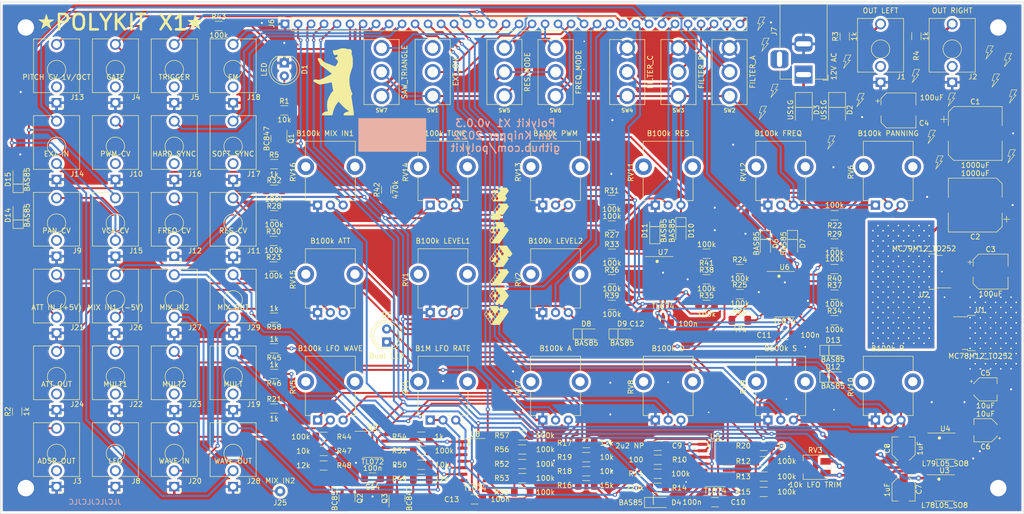
<source format=kicad_pcb>
(kicad_pcb (version 20211014) (generator pcbnew)
  (title_block (title "Polykit X1 Monosynth") (date "2022-11-22") (rev "v0.0.3") (company "Jan Knipper") (comment 1 "github.com/polykit"))
  (layers (0 "F.Cu" signal) (31 "B.Cu" signal) (34 "B.Paste" user) (35 "F.Paste" user) (36 "B.SilkS" user "B.Silkscreen") (37 "F.SilkS" user "F.Silkscreen") (38 "B.Mask" user) (39 "F.Mask" user) (44 "Edge.Cuts" user))
  (net 0 "")
  (net 1 "Net-(C1-Pad1)")
  (net 2 "Net-(C2-Pad2)")
  (net 3 "+12V")
  (net 4 "-12V")
  (net 5 "+5V")
  (net 6 "GND")
  (net 7 "-5V")
  (net 8 "LED")
  (net 9 "Net-(C9-Pad2)")
  (net 10 "Net-(D1-Pad2)")
  (net 11 "Net-(D4-Pad1)")
  (net 12 "Net-(D4-Pad2)")
  (net 13 "Net-(D5-Pad2)")
  (net 14 "VCA_CV")
  (net 15 "Net-(J1-PadT)")
  (net 16 "Net-(J2-PadT)")
  (net 17 "Net-(J3-PadT)")
  (net 18 "GATE")
  (net 19 "TRIG")
  (net 20 "PITCH")
  (net 21 "PWM")
  (net 22 "FM")
  (net 23 "SSYNC")
  (net 24 "HSYNC")
  (net 25 "ADSR_A")
  (net 26 "ADSR_D")
  (net 27 "ADSR_S")
  (net 28 "ADSR_R")
  (net 29 "ADSR_OUT")
  (net 30 "SAW_ON")
  (net 31 "TRIANGLE_ON")
  (net 32 "EXTERNAL_ON")
  (net 33 "FREQ_ADSR_NEG")
  (net 34 "FREQ_ADSR")
  (net 35 "RES_ADSR")
  (net 36 "RES_ADSR_NEG")
  (net 37 "LVL1")
  (net 38 "LVL2")
  (net 39 "PAN_CV")
  (net 40 "EXTERNAL_IN")
  (net 41 "FREQ_CV")
  (net 42 "RES_CV")
  (net 43 "FILTER_MODE_A")
  (net 44 "FILTER_MODE_B")
  (net 45 "FILTER_MODE_C")
  (net 46 "OUT_L")
  (net 47 "OUT_R")
  (net 48 "Net-(J9-PadT)")
  (net 49 "Net-(J12-PadT)")
  (net 50 "Net-(J8-PadT)")
  (net 51 "LFO_TRIANGLE")
  (net 52 "LFO_SQUARE")
  (net 53 "Net-(J10-PadT)")
  (net 54 "Net-(J11-PadT)")
  (net 55 "Net-(J13-PadT)")
  (net 56 "Net-(J19-PadT)")
  (net 57 "Net-(J22-PadT)")
  (net 58 "Net-(J23-PadT)")
  (net 59 "Net-(J24-PadT)")
  (net 60 "Net-(J26-PadT)")
  (net 61 "Net-(D6-Pad2)")
  (net 62 "Net-(D8-Pad2)")
  (net 63 "Net-(D10-Pad2)")
  (net 64 "Net-(D12-Pad2)")
  (net 65 "Net-(R10-Pad1)")
  (net 66 "Net-(R12-Pad1)")
  (net 67 "Net-(R13-Pad2)")
  (net 68 "Net-(R15-Pad1)")
  (net 69 "Net-(Q1-Pad1)")
  (net 74 "Net-(Q1-Pad2)")
  (net 75 "Net-(D5-Pad1)")
  (net 76 "Net-(R21-Pad2)")
  (net 77 "Net-(R22-Pad1)")
  (net 78 "Net-(R24-Pad2)")
  (net 79 "Net-(R25-Pad2)")
  (net 80 "Net-(R27-Pad1)")
  (net 81 "Net-(R29-Pad1)")
  (net 82 "Net-(R31-Pad1)")
  (net 83 "Net-(R33-Pad2)")
  (net 84 "Net-(R34-Pad2)")
  (net 85 "Net-(R35-Pad2)")
  (net 86 "Net-(R36-Pad2)")
  (net 87 "Net-(R37-Pad2)")
  (net 88 "Net-(R38-Pad2)")
  (net 89 "Net-(R42-Pad1)")
  (net 90 "Net-(R11-Pad1)")
  (net 91 "Net-(D2-Pad2)")
  (net 107 "Net-(J27-PadT)")
  (net 109 "Net-(J28-PadT)")
  (net 110 "Net-(R46-Pad1)")
  (net 111 "Net-(R44-Pad2)")
  (net 112 "Net-(R51-Pad2)")
  (net 114 "Net-(R56-Pad2)")
  (net 115 "WAVE_OUT")
  (net 116 "Net-(J29-PadT)")
  (net 117 "Net-(Q2-Pad1)")
  (net 118 "Net-(Q2-Pad2)")
  (net 119 "Net-(Q2-Pad3)")
  (net 120 "Net-(Q3-Pad2)")
  (net 121 "Net-(R52-Pad2)")
  (net 122 "Net-(R57-Pad2)")
  (net 123 "MIX")
  (net 124 "Net-(J20-PadT)")
  (net 126 "Net-(J21-PadT)")
  (net 128 "Net-(J25-Pad1)")
  (net 129 "Net-(R45-Pad1)")
  (net 130 "Net-(R50-Pad2)")
  (net 131 "Net-(R52-Pad1)")
  (net 132 "Net-(R55-Pad2)")
  (footprint "Polykit:blitz-silk-supertiny" (layer "F.Cu") (at 244.8 72.2)
    (fp_text reference "G***" hide)
    (fp_text value "LOGO" hide)
  )
  (footprint "Resistor_SMD:R_1206_3216Metric_Pad1.30x1.75mm_HandSolder" (layer "F.Cu") (at 54.8 142.35 90)
    (fp_text reference "R2")
    (fp_text value "1k")
  )
  (footprint "Connector_Audio:Jack_3.5mm_QingPu_WQP-PJ398SM_Vertical_CircularHoles" (layer "F.Cu") (at 85.5 142 180)
    (fp_text reference "J23")
    (fp_text value "MULT2")
  )
  (footprint "Polykit:switch-spdt" (layer "F.Cu") (at 126 76)
    (fp_text reference "SW7")
    (fp_text value "SAW_TRIANGLE")
  )
  (footprint "Resistor_SMD:R_1206_3216Metric_Pad1.30x1.75mm_HandSolder" (layer "F.Cu") (at 105 94)
    (fp_text reference "R5")
    (fp_text value "1k")
  )
  (footprint "Capacitor_SMD:CP_Elec_4x5.4" (layer "F.Cu") (at 228 157.55 -90)
    (fp_text reference "C7")
    (fp_text value "1uF")
  )
  (footprint "Connector_Audio:Jack_3.5mm_QingPu_WQP-PJ398SM_Vertical_CircularHoles" (layer "F.Cu") (at 74 112 180)
    (fp_text reference "J15")
    (fp_text value "VCA CV")
  )
  (footprint "Capacitor_SMD:C_1206_3216Metric_Pad1.33x1.80mm_HandSolder" (layer "F.Cu") (at 204.75 127.4)
    (fp_text reference "C11")
    (fp_text value "100n")
  )
  (footprint "Resistor_SMD:R_1206_3216Metric_Pad1.30x1.75mm_HandSolder" (layer "F.Cu") (at 214.5 104 180)
    (fp_text reference "R22")
    (fp_text value "100k")
  )
  (footprint "Resistor_SMD:R_1206_3216Metric_Pad1.30x1.75mm_HandSolder" (layer "F.Cu") (at 166 151.25)
    (fp_text reference "R19")
    (fp_text value "10k")
  )
  (footprint "Resistor_SMD:R_1206_3216Metric_Pad1.30x1.75mm_HandSolder" (layer "F.Cu") (at 105 130 180)
    (fp_text reference "R45")
    (fp_text value "1k")
  )
  (footprint "Connector_Audio:Jack_3.5mm_QingPu_WQP-PJ398SM_Vertical_CircularHoles" (layer "F.Cu") (at 97 82 180)
    (fp_text reference "J18")
    (fp_text value "FM")
  )
  (footprint "Capacitor_SMD:C_1206_3216Metric_Pad1.33x1.80mm_HandSolder" (layer "F.Cu") (at 179.95 149.025 180)
    (fp_text reference "C9")
    (fp_text value "2u2 NP")
  )
  (footprint "Polykit:blitz-silk-supertiny" (layer "F.Cu") (at 200.5 84)
    (fp_text reference "G***" hide)
    (fp_text value "LOGO" hide)
  )
  (footprint "Package_TO_SOT_SMD:SOT-23" (layer "F.Cu") (at 119.25 159.3 -90)
    (fp_text reference "Q2")
    (fp_text value "BC857")
  )
  (footprint "Connector_Audio:Jack_3.5mm_QingPu_WQP-PJ398SM_Vertical_CircularHoles" (layer "F.Cu") (at 85.5 97 180)
    (fp_text reference "J16")
    (fp_text value "HARD SYNC")
  )
  (footprint "Package_TO_SOT_SMD:SOT-23" (layer "F.Cu") (at 105.95 89 -90)
    (fp_text reference "Q1")
    (fp_text value "BC847")
  )
  (footprint "Resistor_SMD:R_1206_3216Metric_Pad1.30x1.75mm_HandSolder" (layer "F.Cu") (at 107 83.5)
    (fp_text reference "R1")
    (fp_text value "10k")
  )
  (footprint "Connector_BarrelJack:BarrelJack_Horizontal" (layer "F.Cu") (at 208.4575 76.5 -90)
    (fp_text reference "J7")
    (fp_text value "12V AC")
  )
  (footprint "Connector_Audio:Jack_3.5mm_QingPu_WQP-PJ398SM_Vertical_CircularHoles" (layer "F.Cu") (at 237.5 78 180)
    (fp_text reference "J2")
    (fp_text value "OUT RIGHT")
  )
  (footprint "Resistor_SMD:R_1206_3216Metric_Pad1.30x1.75mm_HandSolder" (layer "F.Cu") (at 114.71 150.05)
    (fp_text reference "R47")
    (fp_text value "10k")
  )
  (footprint "Polykit:blitz-silk-supertiny" (layer "F.Cu") (at 235 93.7)
    (fp_text reference "G***" hide)
    (fp_text value "LOGO" hide)
  )
  (footprint "Resistor_SMD:R_1206_3216Metric_Pad1.30x1.75mm_HandSolder" (layer "F.Cu") (at 94.2 67)
    (fp_text reference "R43")
    (fp_text value "100k")
  )
  (footprint "Connector_Audio:Jack_3.5mm_QingPu_WQP-PJ398SM_Vertical_CircularHoles" (layer "F.Cu") (at 223.5 78 180)
    (fp_text reference "J1")
    (fp_text value "OUT LEFT")
  )
  (footprint "Package_SO:SO-14_3.9x8.65mm_P1.27mm" (layer "F.Cu") (at 144.275 152.04)
    (fp_text reference "U8")
    (fp_text value "TL074")
  )
  (footprint "Connector_Audio:Jack_3.5mm_QingPu_WQP-PJ398SM_Vertical_CircularHoles" (layer "F.Cu") (at 62.5 112 180)
    (fp_text reference "J9")
    (fp_text value "PAN_CV")
  )
  (footprint "Polykit:switch-spdt" (layer "F.Cu") (at 136 76)
    (fp_text reference "SW1")
    (fp_text value "EXT_ON")
  )
  (footprint "Connector_Audio:Jack_3.5mm_QingPu_WQP-PJ398SM_Vertical_CircularHoles" (layer "F.Cu") (at 85.5 112 180)
    (fp_text reference "J12")
    (fp_text value "FREQ CV")
  )
  (footprint "Diode_SMD:D_MiniMELF" (layer "F.Cu") (at 55 104 90)
    (fp_text reference "D14")
    (fp_text value "BAS85")
  )
  (footprint "Potentiometer_THT:Potentiometer_Alpha_RD901F-40-00D_Single_Vertical_CircularHoles" (layer "F.Cu") (at 201.5 144 90)
    (fp_text reference "RV9")
    (fp_text value "B100k S")
  )
  (footprint "Potentiometer_THT:Potentiometer_Alpha_RD901F-40-00D_Single_Vertical_CircularHoles" (layer "F.Cu") (at 157.5 123 90)
    (fp_text reference "RV2")
    (fp_text value "B100k LEVEL2")
  )
  (footprint "Polykit:blitz-silk-supertiny" (layer "F.Cu") (at 249.4 80.8)
    (fp_text reference "G***" hide)
    (fp_text value "LOGO" hide)
  )
  (footprint "Polykit:switch-spdt" (layer "F.Cu") (at 184 76 180)
    (fp_text reference "SW3")
    (fp_text value "FILTER_B")
  )
  (footprint "LED_THT:LED_D5.0mm" (layer "F.Cu") (at 127 128.75 90)
    (fp_text reference "D5")
    (fp_text value "Dual LED")
  )
  (footprint "Resistor_SMD:R_1206_3216Metric_Pad1.30x1.75mm_HandSolder" (layer "F.Cu") (at 200.675 155.04)
    (fp_text reference "R13")
    (fp_text value "100k")
  )
  (footprint "Connector_Audio:Jack_3.5mm_QingPu_WQP-PJ398SM_Vertical_CircularHoles" (layer "F.Cu") (at 74 82 180)
    (fp_text reference "J4")
    (fp_text value "GATE")
  )
  (footprint "Resistor_SMD:R_1206_3216Metric_Pad1.30x1.75mm_HandSolder" (layer "F.Cu") (at 153.5 152.6 180)
    (fp_text reference "R52")
    (fp_text value "100k")
  )
  (footprint "Resistor_SMD:R_1206_3216Metric_Pad1.30x1.75mm_HandSolder" (layer "F.Cu") (at 166 156.75)
    (fp_text reference "R16")
    (fp_text value "15k")
  )
  (footprint "Polykit:switch-spdt" (layer "F.Cu") (at 150 76)
    (fp_text reference "SW5")
    (fp_text value "RES_MODE")
  )
  (footprint "Potentiometer_THT:Potentiometer_Alpha_RD901F-40-00D_Single_Vertical_CircularHoles" (layer "F.Cu") (at 113.5 102 90)
    (fp_text reference "RV16")
    (fp_text value "B100k MIX IN1 LEVEL")
  )
  (footprint "Resistor_SMD:R_1206_3216Metric_Pad1.30x1.75mm_HandSolder" (layer "F.Cu") (at 230.5 69 90)
    (fp_text reference "R4")
    (fp_text value "1k")
  )
  (footprint "Resistor_SMD:R_1206_3216Metric_Pad1.30x1.75mm_HandSolder" (layer "F.Cu") (at 166 154 180)
    (fp_text reference "R18")
    (fp_text value "10k")
  )
  (footprint "Potentiometer_THT:Potentiometer_Alpha_RD901F-40-00D_Single_Vertical_CircularHoles" (layer "F.Cu") (at 135.5 144 90)
    (fp_text reference "RV4")
    (fp_text value "B1M LFO RATE")
  )
  (footprint "Polykit:blitz-silk-supertiny" (layer "F.Cu") (at 248.4 73.7)
    (fp_text reference "G***" hide)
    (fp_text value "LOGO" hide)
  )
  (footprint "Potentiometer_THT:Potentiometer_Alpha_RD901F-40-00D_Single_Vertical_CircularHoles" (layer "F.Cu") (at 157.5 144 90)
    (fp_text reference "RV7")
    (fp_text value "B100k A")
  )
  (footprint "Package_TO_SOT_SMD:TO-252-2" (layer "F.Cu") (at 243 127)
    (fp_text reference "U1")
    (fp_text value "MC78M12_TO252")
  )
  (footprint "Polykit:blitz-silk-supertiny" (layer "F.Cu") (at 201 70.7)
    (fp_text reference "G***" hide)
    (fp_text value "LOGO" hide)
  )
  (footprint "Diode_SMD:D_MiniMELF" (layer "F.Cu") (at 214.2 130.4)
    (fp_text reference "D13")
    (fp_text value "BAS85")
  )
  (footprint "Package_TO_SOT_SMD:SOT-23" (layer "F.Cu") (at 129.025 159.325 90)
    (fp_text reference "Q3")
    (fp_text value "BC847")
  )
  (footprint "Polykit:star-silk-tiny" (layer "F.Cu") (at 89.6 66.2)
    (fp_text reference "G***" hide)
    (fp_text value "LOGO" hide)
  )
  (footprint "Connector_Audio:Jack_3.5mm_QingPu_WQP-PJ398SM_Vertical_CircularHoles" (layer "F.Cu") (at 85.5 127 180)
    (fp_text reference "J27")
    (fp_text value "MIX IN2")
  )
  (footprint "Diode_SMD:D_MiniMELF" (layer "F.Cu") (at 201 109.5 -90)
    (fp_text reference "D6")
    (fp_text value "BAS85")
  )
  (footprint "Resistor_SMD:R_1206_3216Metric_Pad1.30x1.75mm_HandSolder" (layer "F.Cu") (at 153.5 147 180)
    (fp_text reference "R57")
    (fp_text value "100k")
  )
  (footprint "Connector_Pin:Pin_D1.0mm_L10.0mm" (layer "F.Cu") (at 106.19 157.9)
    (fp_text reference "J25")
    (fp_text value "MIX IN2")
  )
  (footprint "Potentiometer_THT:Potentiometer_Alpha_RD901F-40-00D_Single_Vertical_CircularHoles" (layer "F.Cu") (at 179.5 144 90)
    (fp_text reference "RV8")
    (fp_text value "B100k D")
  )
  (footprint "Resistor_SMD:R_1206_3216Metric_Pad1.30x1.75mm_HandSolder" (layer "F.Cu") (at 200.675 152.04)
    (fp_text reference "R12")
    (fp_text value "100k")
  )
  (footprint "Resistor_SMD:R_1206_3216Metric_Pad1.30x1.75mm_HandSolder" (layer "F.Cu") (at 105 124 180)
    (fp_text reference "R58")
    (fp_text value "1k")
  )
  (footprint "Potentiometer_THT:Potentiometer_Alpha_RD901F-40-00D_Single_Vertical_CircularHoles" (layer "F.Cu") (at 135.5 123 90)
    (fp_text reference "RV1")
    (fp_text value "B100k LEVEL1")
  )
  (footprint "Diode_SMD:D_MiniMELF" (layer "F.Cu") (at 214.2 135.6)
    (fp_text reference "D12")
    (fp_text value "BAS85")
  )
  (footprint "Potentiometer_THT:Potentiometer_Alpha_RD901F-40-00D_Single_Vertical_CircularHoles" (layer "F.Cu") (at 222.5 144 90)
    (fp_text reference "RV10")
    (fp_text value "B100k R")
  )
  (footprint "Polykit:bär" (layer "F.Cu") (at 116.8 78)
    (fp_text reference "G***" hide)
    (fp_text value "LOGO" hide)
  )
  (footprint "Potentiometer_SMD:Potentiometer_Bourns_3314J_Vertical" (layer "F.Cu") (at 210.75 153.2185 -90)
    (fp_text reference "RV3")
    (fp_text value "10k LFO TRIM")
  )
  (footprint "Resistor_SMD:R_1206_3216Metric_Pad1.30x1.75mm_HandSolder" (layer "F.Cu") (at 179.95 154.5)
    (fp_text reference "R11")
    (fp_text value "100k")
  )
  (footprint "Resistor_SMD:R_1206_3216Metric_Pad1.30x1.75mm_HandSolder" (layer "F.Cu") (at 189.5 116.5)
    (fp_text reference "R38")
    (fp_text value "100k")
  )
  (footprint "Resistor_SMD:R_1206_3216Metric_Pad1.30x1.75mm_HandSolder" (layer "F.Cu") (at 126.9 99 90)
    (fp_text reference "R42")
    (fp_text value "470k")
  )
  (footprint "Resistor_SMD:R_1206_3216Metric_Pad1.30x1.75mm_HandSolder" (layer "F.Cu") (at 179.975 151.75)
    (fp_text reference "R10")
    (fp_text value "100")
  )
  (footprint "Resistor_SMD:R_1206_3216Metric_Pad1.30x1.75mm_HandSolder" (layer "F.Cu") (at 196 114.5)
    (fp_text reference "R24")
    (fp_text value "100k")
  )
  (footprint "Resistor_SMD:R_1206_3216Metric_Pad1.30x1.75mm_HandSolder" (layer "F.Cu") (at 133.75 152.75)
    (fp_text reference "R50")
    (fp_text value "10k")
  )
  (footprint "Resistor_SMD:R_1206_3216Metric_Pad1.30x1.75mm_HandSolder" (layer "F.Cu") (at 133.75 147.25)
    (fp_text reference "R54")
    (fp_text value "1k")
  )
  (footprint "Resistor_SMD:R_1206_3216Metric_Pad1.30x1.75mm_HandSolder" (layer "F.Cu") (at 105 141.75)
    (fp_text reference "R21")
    (fp_text value "1k")
  )
  (footprint "Resistor_SMD:R_1206_3216Metric_Pad1.30x1.75mm_HandSolder" (layer "F.Cu") (at 104.9 114)
    (fp_text reference "R23")
    (fp_text value "100k")
  )
  (footprint "Package_TO_SOT_SMD:TO-252-2" (layer "F.Cu") (at 232 115 180)
    (fp_text reference "U2")
    (fp_text value "MC79M12_TO252")
  )
  (footprint "Connector_PinSocket_2.54mm:PinSocket_1x36_P2.54mm_Vertical" (layer "F.Cu") (at 107.15 66.6 90)
    (fp_text reference "J6")
    (fp_text value "Conn_01x36")
  )
  (footprint "Polykit:blitz-silk-supertiny" (layer "F.Cu") (at 237.4 81.4)
    (fp_text reference "G***" hide)
    (fp_text value "LOGO" hide)
  )
  (footprint "Diode_SMD:D_MiniMELF" (layer "F.Cu") (at 184.5 107 -90)
    (fp_text reference "D10")
    (fp_text value "BAS85")
  )
  (footprint "Capacitor_SMD:C_1206_3216Metric_Pad1.33x1.80mm_HandSolder" (layer "F.Cu") (at 191.175 160.04)
    (fp_text reference "C10")
    (fp_text value "100n")
  )
  (footprint "Resistor_SMD:R_1206_3216Metric_Pad1.30x1.75mm_HandSolder" (layer "F.Cu") (at 166 148.5)
    (fp_text reference "R17")
    (fp_text value "12k")
  )
  (footprint "Diode_SMD:D_SMA" (layer "F.Cu") (at 215 83.4 -90)
    (fp_text reference "D2")
    (fp_text value "US1G")
  )
  (footprint "Connector_Audio:Jack_3.5mm_QingPu_WQP-PJ398SM_Vertical_CircularHoles" (layer "F.Cu") (at 97 112 180)
    (fp_text reference "J11")
    (fp_text value "RES CV")
  )
  (footprint "Polykit:blitz-silk-supertiny" (layer "F.Cu") (at 217 74)
    (fp_text reference "G***" hide)
    (fp_text value "LOGO" hide)
  )
  (footprint "Resistor_SMD:R_1206_3216Metric_Pad1.30x1.75mm_HandSolder" (layer "F.Cu") (at 196 124.5)
    (fp_text reference "R26")
    (fp_text value "47k")
  )
  (footprint "Package_SO:SO-8_3.9x4.9mm_P1.27mm" (layer "F.Cu") (at 124.25 148.75)
    (fp_text reference "U9")
    (fp_text value "TL072")
  )
  (footprint "Connector_Audio:Jack_3.5mm_QingPu_WQP-PJ398SM_Vertical_CircularHoles" (layer "F.Cu") (at 97 97 180)
    (fp_text reference "J17")
    (fp_text value "SOFT SYNC")
  )
  (footprint "Resistor_SMD:R_1206_3216Metric_Pad1.30x1.75mm_HandSolder" (layer "F.Cu") (at 179.95 157.25)
    (fp_text reference "R14")
    (fp_text value "220k")
  )
  (footprint "Capacitor_SMD:CP_Elec_6.3x7.7" (layer "F.Cu") (at 227 83.5)
    (fp_text reference "C4")
    (fp_text value "100uF")
  )
  (footprint "Connector_Audio:Jack_3.5mm_QingPu_WQP-PJ398SM_Vertical_CircularHoles" (layer "F.Cu") (at 74 142 180)
    (fp_text reference "J22")
    (fp_text value "MULT1")
  )
  (footprint "LED_THT:LED_D5.0mm" (layer "F.Cu") (at 107 74.225 -90)
    (fp_text reference "D1")
    (fp_text value "LED")
  )
  (footprint "Resistor_SMD:R_1206_3216Metric_Pad1.30x1.75mm_HandSolder" (layer "F.Cu") (at 114.7 152.88)
    (fp_text reference "R48")
    (fp_text value "12k")
  )
  (footprint "Resistor_SMD:R_1206_3216Metric_Pad1.30x1.75mm_HandSolder" (layer "F.Cu") (at 214.5 124.5)
    (fp_text reference "R34")
    (fp_text value "100k")
  )
  (footprint "Connector_Audio:Jack_3.5mm_QingPu_WQP-PJ398SM_Vertical_CircularHoles" (layer "F.Cu") (at 74 97 180)
    (fp_text reference "J10")
    (fp_text value "PWM CV")
  )
  (footprint "Polykit:blitz-silk-supertiny" (layer "F.Cu") (at 230.4 76.8)
    (fp_text reference "G***" hide)
    (fp_text value "LOGO" hide)
  )
  (footprint "Resistor_SMD:R_1206_3216Metric_Pad1.30x1.75mm_HandSolder" (layer "F.Cu") (at 153.5 149.75 180)
    (fp_text reference "R56")
    (fp_text value "100k")
  )
  (footprint "Connector_Audio:Jack_3.5mm_QingPu_WQP-PJ398SM_Vertical_CircularHoles" (layer "F.Cu") (at 74 157 180)
    (fp_text reference "J8")
    (fp_text value "LFO")
  )
  (footprint "Connector_Audio:Jack_3.5mm_QingPu_WQP-PJ398SM_Vertical_CircularHoles" (layer "F.Cu") (at 85.5 157 180)
    (fp_text reference "J20")
    (fp_text value "WAVE IN")
  )
  (footprint "Connector_Audio:Jack_3.5mm_QingPu_WQP-PJ398SM_Vertical_CircularHoles" (layer "F.Cu") (at 62.5 82 180)
    (fp_text reference "J13")
    (fp_text value "PITCH CV 1V/OCT")
  )
  (footprint "Resistor_SMD:R_1206_3216Metric_Pad1.30x1.75mm_HandSolder" (layer "F.Cu") (at 216.5 69.05 90)
    (fp_text reference "R3")
    (fp_text value "1k")
  )
  (footprint "Polykit:blitz-silk-supertiny" (layer "F.Cu") (at 249.1 92.5)
    (fp_text reference "G***" hide)
    (fp_text value "LOGO" hide)
  )
  (footprint "Polykit:blitz-silk-supertiny" (layer "F.Cu") (at 246 77.7)
    (fp_text reference "G***" hide)
    (fp_text value "LOGO" hide)
  )
  (footprint "Potentiometer_THT:Potentiometer_Alpha_RD901F-40-00D_Single_Vertical_CircularHoles" (layer "F.Cu") (at 157.5 102 90)
    (fp_text reference "RV13")
    (fp_text value "B100k PWM")
  )
  (footprint "Connector_Audio:Jack_3.5mm_QingPu_WQP-PJ398SM_Vertical_CircularHoles" (layer "F.Cu") (at 62.5 97 180)
    (fp_text reference "J14")
    (fp_text value "EXT IN")
  )
  (footprint "Connector_Audio:Jack_3.5mm_QingPu_WQP-PJ398SM_Vertical_CircularHoles" (layer "F.Cu") (at 97 157 180)
    (fp_text reference "J28")
    (fp_text value "WAVE OUT")
  )
  (footprint "Capacitor_SMD:CP_Elec_4x5.8" (layer "F.Cu") (at 244 146 180)
    (fp_text reference "C6")
    (fp_text value "10uF")
  )
  (footprint "Resistor_SMD:R_1206_3216Metric_Pad1.30x1.75mm_HandSolder" (layer "F.Cu") (at 133.75 150)
    (fp_text reference "R51")
    (fp_text value "100k")
  )
  (footprint "Polykit:logo-silk-2.5cm" (layer "F.Cu") (at 148.8 112 90)
    (fp_text reference "G***" hide)
    (fp_text value "LOGO" hide)
  )
  (footprint "Resistor_SMD:R_1206_3216Metric_Pad1.30x1.75mm_HandSolder" (layer "F.Cu") (at 105 99)
    (fp_text reference "R32")
    (fp_text value "100k")
  )
  (footprint "Diode_SMD:D_MiniMELF" (layer "F.Cu") (at 55 97 90)
    (fp_text reference "D15")
    (fp_text value "BAS85")
  )
  (footprint "Diode_SMD:D_MiniMELF" (layer "F.Cu") (at 179.4 107 90)
    (fp_text reference "D11")
    (fp_text value "BAS85")
  )
  (footprint "Polykit:blitz-silk-supertiny" (layer "F.Cu") (at 200.2 66.6)
    (fp_text reference "G***" hide)
    (fp_text value "LOGO" hide)
  )
  (footprint "Resistor_SMD:R_1206_3216Metric_Pad1.30x1.75mm_HandSolder" (layer "F.Cu") (at 105 104)
    (fp_text reference "R28")
    (fp_text value "100k")
  )
  (footprint "Resistor_SMD:R_1206_3216Metric_Pad1.30x1.75mm_HandSolder" (layer "F.Cu") (at 189.5 121.5)
    (fp_text reference "R35")
    (fp_text value "100k")
  )
  (footprint "Resistor_SMD:R_1206_3216Metric_Pad1.30x1.75mm_HandSolder" (layer "F.Cu") (at 133.75 155.5 180)
    (fp_text reference "R49")
    (fp_text value "12k")
  )
  (footprint "Connector_Audio:Jack_3.5mm_QingPu_WQP-PJ398SM_Vertical_CircularHoles" (layer "F.Cu") (at 85.5 82 180)
    (fp_text reference "J5")
    (fp_text value "TRIGGER")
  )
  (footprint "Connector_Audio:Jack_3.5mm_QingPu_WQP-PJ398SM_Vertical_CircularHoles" (layer "F.Cu") (at 74 127 180)
    (fp_text reference "J26")
    (fp_text value "MIX IN1 (-5V)")
  )
  (footprint "Potentiometer_THT:Potentiometer_Alpha_RD901F-40-00D_Single_Vertical_CircularHoles" (layer "F.Cu") (at 222.5 102 90)
    (fp_text reference "RV6")
    (fp_text value "B100k PANNING")
  )
  (footprint "Diode_SMD:D_MiniMELF" (layer "F.Cu") (at 179.93 160.11)
    (fp_text reference "D4")
    (fp_text value "BAS85")
  )
  (footprint "Resistor_SMD:R_1206_3216Metric_Pad1.30x1.75mm_HandSolder" (layer "F.Cu") (at 189.5 111.5 180)
    (fp_text reference "R41")
    (fp_text value "100k")
  )
  (footprint "Potentiometer_THT:Potentiometer_Alpha_RD901F-40-00D_Single_Vertical_CircularHoles" (layer "F.Cu") (at 201.5 102 90)
    (fp_text reference "RV12")
    (fp_text value "B100k FREQ")
  )
  (footprint "Resistor_SMD:R_1206_3216Metric_Pad1.30x1.75mm_HandSolder" (layer "F.Cu") (at 171 106 180)
    (fp_text reference "R27")
    (fp_text value "100k")
  )
  (footprint "Resistor_SMD:R_1206_3216Metric_Pad1.30x1.75mm_HandSolder" (layer "F.Cu") (at 104.9 109)
    (fp_text reference "R30")
    (fp_text value "100k")
  )
  (footprint "Package_SO:SOIC-8_3.9x4.9mm_P1.27mm" (layer "F.Cu") (at 236.15 149.1)
    (fp_text reference "U4")
    (fp_text value "L79L05_SO8")
  )
  (footprint "Connector_Audio:Jack_3.5mm_QingPu_WQP-PJ398SM_Vertical_CircularHoles" (layer "F.Cu") (at 97 142 180)
    (fp_text reference "J19")
    (fp_text value "MULT")
  )
  (footprint "Potentiometer_THT:Potentiometer_Alpha_RD901F-40-00D_Single_Vertical_CircularHoles" (layer "F.Cu") (at 179.5 102 90)
    (fp_text reference "RV11")
    (fp_text value "B100k RES")
  )
  (footprint "Capacitor_SMD:C_1206_3216Metric_Pad1.33x1.80mm_HandSolder" (layer "F.Cu") (at 144.2 159.5)
    (fp_text reference "C13")
    (fp_text value "100n")
  )
  (footprint "Potentiometer_THT:Potentiometer_Alpha_RD901F-40-00D_Single_Vertical_CircularHoles" (layer "F.Cu") (at 113.5 144 90)
    (fp_text reference "RV5")
    (fp_text value "B100k LFO WAVE")
  )
  (footprint "Resistor_SMD:R_1206_3216Metric_Pad1.30x1.75mm_HandSolder" (layer "F.Cu") (at 214.5 114.5 180)
    (fp_text reference "R40")
    (fp_text value "100k")
  )
  (footprint "Capacitor_SMD:CP_Elec_4x5.8" (layer "F.Cu") (at 244 138)
    (fp_text reference "C5")
    (fp_text value "10uF")
  )
  (footprint "Polykit:blitz-silk-supertiny" (layer "F.Cu") (at 233.5 88.7)
    (fp_text reference "G***" hide)
    (fp_text value "LOGO" hide)
  )
  (footprint "Connector_Audio:Jack_3.5mm_QingPu_WQP-PJ398SM_Vertical_CircularHoles" (layer "F.Cu") (at 62.5 127 180)
    (fp_text reference "J21")
    (fp_text value "ATT IN (+5V)")
  )
  (footprint "Potentiometer_THT:Potentiometer_Alpha_RD901F-40-00D_Single_Vertical_CircularHoles" (layer "F.Cu") (at 135.5 102 90)
    (fp_text reference "RV14")
    (fp_text value "B100k TUNE")
  )
  (footprint "Potentiometer_THT:Potentiometer_Alpha_RD901F-40-00D_Single_Vertical_CircularHoles" (layer "F.Cu") (at 113.5 123 90)
    (fp_text reference "RV15")
    (fp_text value "B100k ATT")
  )
  (footprint "Resistor_SMD:R_1206_3216Metric_Pad1.30x1.75mm_HandSolder" (layer "F.Cu") (at 214.5 109.5)
    (fp_text reference "R29")
    (fp_text value "100k")
  )
  (footprint "Resistor_SMD:R_1206_3216Metric_Pad1.30x1.75mm_HandSolder" (layer "F.Cu") (at 171 121.5)
    (fp_text reference "R39")
    (fp_text value "100k")
  )
  (footprint "Connector_Audio:Jack_3.5mm_QingPu_WQP-PJ398SM_Vertical_CircularHoles" (layer "F.Cu") (at 62.5 142 180)
    (fp_text reference "J24")
    (fp_text value "ATT OUT")
  )
  (footprint "Package_SO:SO-14_3.9x8.65mm_P1.27mm" (layer "F.Cu") (at 191.175 152.54)
    (fp_text reference "U5")
    (fp_text value "TL074")
  )
  (footprint "Polykit:switch-spdt" (layer "F.Cu") (at 174 76 180)
    (fp_text reference "SW4")
    (fp_text value "FILTER_C")
  )
  (footprint "Package_SO:SO-14_3.9x8.65mm_P1.27mm" (layer "F.Cu") (at 204.75 119.4)
    (fp_text reference "U6")
    (fp_text value "TL074")
  )
  (footprint "Capacitor_SMD:CP_Elec_4x5.4" (layer "F.Cu") (at 228 149.55 90)
    (fp_text reference "C8")
    (fp_text value "1uF")
  )
  (footprint "Resistor_SMD:R_1206_3216Metric_Pad1.30x1.75mm_HandSolder" (layer "F.Cu") (at 105 135 180)
    (fp_text reference "R46")
    (fp_text value "1k")
  )
  (footprint "Resistor_SMD:R_1206_3216Metric_Pad1.30x1.75mm_HandSolder" (layer "F.Cu") (at 114.7 147.28)
    (fp_text reference "R44")
    (fp_text value "100k")
  )
  (footprint "Diode_SMD:D_SMA" (layer "F.Cu") (at 208.5 83.4 -90)
    (fp_text reference "D3")
    (fp_text value "US1G")
  )
  (footprint "Resistor_SMD:R_1206_3216Metric_Pad1.30x1.75mm_HandSolder" (layer "F.Cu") (at 170.95 101)
    (fp_text reference "R31")
    (fp_text value "100k")
  )
  (footprint "Capacitor_SMD:C_1206_3216Metric_Pad1.33x1.80mm_HandSolder" (layer "F.Cu") (at 180.9 125.2)
    (fp_text reference "C12")
    (fp_text value "100n")
  )
  (footprint "Polykit:blitz-silk-supertiny" (layer "F.Cu") (at 219.6 81.5)
    (fp_text reference "G***" hide)
    (fp_text value "LOGO" hide)
  )
  (footprint "Polykit:switch-spdt" (layer "F.Cu") (at 194 76 180)
    (fp_text reference "SW2")
    (fp_text value "FILTER_A")
  )
  (footprint "Resistor_SMD:R_1206_3216Metric_Pad1.30x1.75mm_HandSolder" (layer "F.Cu") (at 153.5 155.35 180)
    (fp_text reference "R53")
    (fp_text value "100k")
  )
  (footprint "Connector_Audio:Jack_3.5mm_QingPu_WQP-PJ398SM_Vertical_CircularHoles" (layer "F.Cu") (at 62.5 157 180)
    (fp_text reference "J3")
    (fp_text value "ADSR_OUT")
  )
  (footprint "Polykit:blitz-silk-supertiny" (layer "F.Cu") (at 202.8 79.7)
    (fp_text reference "G***" hide)
    (fp_text value "LOGO" hide)
  )
  (footprint "Polykit:switch-spdt" (layer "F.Cu") (at 160 76)
    (fp_text reference "SW6")
    (fp_text value "FREQ_MODE")
  )
  (footprint "Capacitor_SMD:CP_Elec_10x10" (layer "F.Cu") (at 242 102 180)
    (fp_text reference "C2")
    (fp_text value "1000uF")
  )
  (footprint "Package_SO:SO-14_3.9x8.65mm_P1.27mm" (layer "F.Cu") (at 181 116.5)
    (fp_text reference "U7")
    (fp_text value "TL074")
  )
  (footprint "Polykit:blitz-silk-supertiny" (layer "F.Cu") (at 213.9 89.8)
    (fp_text reference "G***" hide)
    (fp_text value "LOGO" hide)
  )
  (footprint "Connector_Audio:Jack_3.5mm_QingPu_WQP-PJ398SM_Vertical_CircularHoles" (layer "F.Cu") (at 97 127 180)
    (fp_text reference "J29")
    (fp_text value "MIX OUT")
  )
  (footprint "Resistor_SMD:R_1206_3216Metric_Pad1.30x1.75mm_HandSolder" (layer "F.Cu") (at 153.5 158.1)
    (fp_text reference "R55")
    (fp_text value "100k")
  )
  (footprint "Diode_SMD:D_MiniMELF" (layer "F.Cu") (at 206.3 109.5 -90)
    (fp_text reference "D7")
    (fp_text value "BAS85")
  )
  (footprint "Capacitor_SMD:CP_Elec_10x10" (layer "F.Cu") (at 242 88)
    (fp_text reference "C1")
    (fp_text value "1000uF")
  )
  (footprint "Capacitor_SMD:CP_Elec_6.3x7.7" (layer "F.Cu") (at 245 115)
    (fp_text reference "C3")
    (fp_text value "100uF")
  )
  (footprint "Polykit:star-silk-tiny" (layer "F.Cu") (at 60.5 66.1)
    (fp_text reference "G***" hide)
    (fp_text value "LOGO" hide)
  )
  (footprint "Resistor_SMD:R_1206_3216Metric_Pad1.30x1.75mm_HandSolder" (layer "F.Cu") (at 200.675 149.04)
    (fp_text reference "R20")
    (fp_text value "1k")
  )
  (footprint "Diode_SMD:D_MiniMELF" (layer "F.Cu") (at 166 127.2)
    (fp_text reference "D8")
    (fp_text value "BAS85")
  )
  (footprint "Resistor_SMD:R_1206_3216Metric_Pad1.30x1.75mm_HandSolder" (layer "F.Cu") (at 196 119.4)
    (fp_text reference "R25")
    (fp_text value "100k")
  )
  (footprint "Resistor_SMD:R_1206_3216Metric_Pad1.30x1.75mm_HandSolder" (layer "F.Cu") (at 171 111.5)
    (fp_text reference "R33")
    (fp_text value "100k")
  )
  (footprint "Resistor_SMD:R_1206_3216Metric_Pad1.30x1.75mm_HandSolder" (layer "F.Cu") (at 214.5 119.5)
    (fp_text reference "R37")
    (fp_text value "100k")
  )
  (footprint "Resistor_SMD:R_1206_3216Metric_Pad1.30x1.75mm_HandSolder" (layer "F.Cu") (at 200.675 158.04)
    (fp_text reference "R15")
    (fp_text value "100k")
  )
  (footprint "Package_SO:SOIC-8_3.9x4.9mm_P1.27mm" (layer "F.Cu") (at 236 157.25)
    (fp_text reference "U3")
    (fp_text value "L78L05_SO8")
  )
  (footprint "Capacitor_SMD:C_1206_3216Metric_Pad1.33x1.80mm_HandSolder" (layer "F.Cu") (at 124.25 155.25 180)
    (fp_text reference "C14")
    (fp_text value "100n")
  )
  (footprint "Resistor_SMD:R_1206_3216Metric_Pad1.30x1.75mm_HandSolder" (layer "F.Cu") (at 171 116.5)
    (fp_text reference "R36")
    (fp_text value "100k")
  )
  (footprint "Diode_SMD:D_MiniMELF" (layer "F.Cu") (at 173 127.2)
    (fp_text reference "D9")
    (fp_text value "BAS85")
  )
  (gr_rect (start 121.55 85.1) (end 134.65 91.5) (layer "B.SilkS") (width 0.15) (fill solid))
  (gr_circle (center 235 147.5) (end 235.25 147.5) (layer "F.SilkS") (width 0.15) (fill solid))
  (gr_line (start 216.6 82.9) (end 213.4 82.9) (layer "F.SilkS") (width 0.15))
  (gr_line (start 165.2 126.3) (end 165.2 128.1) (layer "F.SilkS") (width 0.15))
  (gr_line (start 179.1 160.5) (end 179.1 158.7) (layer "F.SilkS") (width 0.15))
  (gr_line (start 207.2 108.7) (end 205.4 108.7) (layer "F.SilkS") (width 0.15))
  (gr_line (start 213.4 129.5) (end 213.4 131.3) (layer "F.SilkS") (width 0.15))
  (gr_circle (center 203.65 115.9) (end 203.9 115.9) (layer "F.SilkS") (width 0.15) (fill solid))
  (gr_line (start 183.6 106.2) (end 185.4 106.2) (layer "F.SilkS") (width 0.15))
  (gr_line (start 54.1 97.9) (end 55.7 97.9) (layer "F.SilkS") (width 0.15))
  (gr_line (start 55.7 97.9) (end 55.9 97.9) (layer "F.SilkS") (width 0.15))
  (gr_line (start 172.2 126.3) (end 172.2 128.1) (layer "F.SilkS") (width 0.15))
  (gr_circle (center 143.125 148.54) (end 143.375 148.54) (layer "F.SilkS") (width 0.15) (fill solid))
  (gr_line (start 54.1 104.9) (end 55.9 104.9) (layer "F.SilkS") (width 0.15))
  (gr_line (start 200.1 108.7) (end 201.9 108.7) (layer "F.SilkS") (width 0.15))
  (gr_line (start 210.1 82.9) (end 206.9 82.9) (layer "F.SilkS") (width 0.15))
  (gr_line (start 178.5 106.2) (end 180.3 106.2) (layer "F.SilkS") (width 0.15))
  (gr_circle (center 190.025 149.04) (end 190.275 149.04) (layer "F.SilkS") (width 0.15) (fill solid))
  (gr_line (start 213.4 134.7) (end 213.4 136.5) (layer "F.SilkS") (width 0.15))
  (gr_circle (center 234.9 155.55) (end 235.15 155.55) (layer "F.SilkS") (width 0.15) (fill solid))
  (gr_circle (center 179.85 113) (end 180.1 113) (layer "F.SilkS") (width 0.15) (fill solid))
  (gr_line (start 51.5 62.3) (end 251.5 62.3) (layer "Edge.Cuts") (width 0.1))
  (gr_line (start 251.5 162.3) (end 51.5 162.3) (layer "Edge.Cuts") (width 0.1))
  (gr_line (start 51.5 162.3) (end 51.5 62.3) (layer "Edge.Cuts") (width 0.1))
  (gr_line (start 251.5 62.3) (end 251.5 162.3) (layer "Edge.Cuts") (width 0.1))
  (gr_text "JLCJLCJLCJLC" (at 70 160) (layer "B.SilkS") (effects (font (size 1 1)) (justify mirror)))
  (gr_text "Polykit X1 v0.0.3\nJan Knipper 2022\ngithub.com/polykit" (at 150.2 88.4) (layer "B.SilkS") (effects (font (size 1.5 1.5) (thickness 0.25)) (justify mirror)))
  (gr_text "POLYKIT X1" (at 75.2 66.3) (layer "F.SilkS") (effects (font (size 3 3) (thickness 0.5))))
  (segment (start 240 117.3) (end 240 123.52) (width 0.508) (layer "F.Cu") (net 1))
  (segment (start 240 123.52) (end 238.8 124.72) (width 0.508) (layer "F.Cu") (net 1))
  (segment (start 242.3 115) (end 240 117.3) (width 0.508) (layer "F.Cu") (net 1))
  (segment (start 215 81.4) (end 231.4 81.4) (width 0.508) (layer "F.Cu") (net 1))
  (segment (start 238 88) (end 242.3 92.3) (width 0.508) (layer "F.Cu") (net 1))
  (segment (start 242.3 92.3) (end 242.3 115) (width 0.508) (layer "F.Cu") (net 1))
  (segment (start 231.4 81.4) (end 238 88) (width 0.508) (layer "F.Cu") (net 1))
  (segment (start 238 102) (end 238 93.5) (width 0.508) (layer "F.Cu") (net 2))
  (segment (start 238 103) (end 238 102) (width 0.508) (layer "F.Cu") (net 2))
  (segment (start 210.9 87.8) (end 225.4 87.8) (width 0.508) (layer "F.Cu") (net 2))
  (segment (start 225.4 87.8) (end 229.7 83.5) (width 0.508) (layer "F.Cu") (net 2))
  (segment (start 229.7 85.2) (end 229.7 83.5) (width 0.508) (layer "F.Cu") (net 2))
  (segment (start 238 93.5) (end 229.7 85.2) (width 0.508) (layer "F.Cu") (net 2))
  (segment (start 233 108) (end 238 103) (width 0.508) (layer "F.Cu") (net 2))
  (segment (start 229.9 113.1) (end 229.9 115) (width 0.508) (layer "F.Cu") (net 2))
  (segment (start 208.5 85.4) (end 210.9 87.8) (width 0.508) (layer "F.Cu") (net 2))
  (via (at 232 121) (size 0.4) (drill 0.3) (layers "F.Cu" "B.Cu") (net 2))
  (via (at 224 117) (size 0.4) (drill 0.3) (layers "F.Cu" "B.Cu") (net 2))
  (via (at 223 118) (size 0.4) (drill 0.3) (layers "F.Cu" "B.Cu") (net 2))
  (via (at 229 108) (size 0.4) (drill 0.3) (layers "F.Cu" "B.Cu") (net 2))
  (via (at 225 112) (size 0.4) (drill 0.3) (layers "F.Cu" "B.Cu") (net 2))
  (via (at 232 125) (size 0.4) (drill 0.3) (layers "F.Cu" "B.Cu") (net 2))
  (via (at 233 110) (size 0.4) (drill 0.3) (layers "F.Cu" "B.Cu") (net 2))
  (via (at 232 123) (size 0.4) (drill 0.3) (layers "F.Cu" "B.Cu") (net 2))
  (via (at 230 125) (size 0.4) (drill 0.3) (layers "F.Cu" "B.Cu") (net 2))
  (via (at 226 107) (size 0.4) (drill 0.3) (layers "F.Cu" "B.Cu") (net 2))
  (via (at 227 110) (size 0.4) (drill 0.3) (layers "F.Cu" "B.Cu") (net 2))
  (via (at 223 108) (size 0.4) (drill 0.3) (layers "F.Cu" "B.Cu") (net 2))
  (via (at 230 109) (size 0.4) (drill 0.3) (layers "F.Cu" "B.Cu") (net 2))
  (via (at 228 111) (size 0.4) (drill 0.3) (layers "F.Cu" "B.Cu") (net 2))
  (via (at 222 119) (size 0.4) (drill 0.3) (layers "F.Cu" "B.Cu") (net 2))
  (via (at 233 128) (size 0.4) (drill 0.3) (layers "F.Cu" "B.Cu") (net 2))
  (via (at 230 127) (size 0.4) (drill 0.3) (layers "F.Cu" "B.Cu") (net 2))
  (via (at 225 122) (size 0.4) (drill 0.3) (layers "F.Cu" "B.Cu") (net 2))
  (via (at 229 110) (size 0.4) (drill 0.3) (layers "F.Cu" "B.Cu") (net 2))
  (via (at 231 114) (size 0.4) (drill 0.3) (layers "F.Cu" "B.Cu") (net 2))
  (via (at 224 111) (size 0.4) (drill 0.3) (layers "F.Cu" "B.Cu") (net 2))
  (via (at 222 115) (size 0.4) (drill 0.3) (layers "F.Cu" "B.Cu") (net 2))
  (via (at 232 109) (size 0.4) (drill 0.3) (layers "F.Cu" "B.Cu") (net 2))
  (via (at 222 107) (size 0.4) (drill 0.3) (layers "F.Cu" "B.Cu") (net 2))
  (via (at 226 111) (size 0.4) (drill 0.3) (layers "F.Cu" "B.Cu") (net 2))
  (via (at 229 112) (size 0.4) (drill 0.3) (layers "F.Cu" "B.Cu") (net 2))
  (via (at 227 128) (size 0.4) (drill 0.3) (layers "F.Cu" "B.Cu") (net 2))
  (via (at 228 119) (size 0.4) (drill 0.3) (layers "F.Cu" "B.Cu") (net 2))
  (via (at 229 128) (size 0.4) (drill 0.3) (layers "F.Cu" "B.Cu") (net 2))
  (via (at 226 123) (size 0.4) (drill 0.3) (layers "F.Cu" "B.Cu") (net 2))
  (via (at 224 129) (size 0.4) (drill 0.3) (layers "F.Cu" "B.Cu") (net 2))
  (via (at 227 124) (size 0.4) (drill 0.3) (layers "F.Cu" "B.Cu") (net 2))
  (via (at 231 112) (size 0.4) (drill 0.3) (layers "F.Cu" "B.Cu") (net 2))
  (via (at 227 126) (size 0.4) (drill 0.3) (layers "F.Cu" "B.Cu") (net 2))
  (via (at 228 125) (size 0.4) (drill 0.3) (layers "F.Cu" "B.Cu") (net 2))
  (via (at 229.9 115) (size 0.4) (drill 0.3) (layers "F.Cu" "B.Cu") (net 2))
  (via (at 230 121) (size 0.4) (drill 0.3) (layers "F.Cu" "B.Cu") (net 2))
  (via (at 232 129) (size 0.4) (drill 0.3) (layers "F.Cu" "B.Cu") (net 2))
  (via (at 223 112) (size 0.4) (drill 0.3) (layers "F.Cu" "B.Cu") (net 2))
  (via (at 227 114) (size 0.4) (drill 0.3) (layers "F.Cu" "B.Cu") (net 2))
  (via (at 232 119) (size 0.4) (drill 0.3) (layers "F.Cu" "B.Cu") (net 2))
  (via (at 223 116) (size 0.4) (drill 0.3) (layers "F.Cu" "B.Cu") (net 2))
  (via (at 226 119) (size 0.4) (drill 0.3) (layers "F.Cu" "B.Cu") (net 2))
  (via (at 222 127) (size 0.4) (drill 0.3) (layers "F.Cu" "B.Cu") (net 2))
  (via (at 229 124) (size 0.4) (drill 0.3) (layers "F.Cu" "B.Cu") (net 2))
  (via (at 231 126) (size 0.4) (drill 0.3) (layers "F.Cu" "B.Cu") (net 2))
  (via (at 226 129) (size 0.4) (drill 0.3) (layers "F.Cu" "B.Cu") (net 2))
  (via (at 229.881685 106.969346) (size 0.4) (drill 0.3) (layers "F.Cu" "B.Cu") (net 2))
  (via (at 224 115) (size 0.4) (drill 0.3) (layers "F.Cu" "B.Cu") (net 2))
  (via (at 228 129) (size 0.4) (drill 0.3) (layers "F.Cu" "B.Cu") (net 2))
  (via (at 224 123) (size 0.4) (drill 0.3) (layers "F.Cu" "B.Cu") (net 2))
  (via (at 227 112) (size 0.4) (drill 0.3) (layers "F.Cu" "B.Cu") (net 2))
  (via (at 222 117) (size 0.4) (drill 0.3) (layers "F.Cu" "B.Cu") (net 2))
  (via (at 231 116) (size 0.4) (drill 0.3) (layers "F.Cu" "B.Cu") (net 2))
  (via (at 230 117) (size 0.4) (drill 0.3) (layers "F.Cu" "B.Cu") (net 2))
  (via (at 226 109) (size 0.4) (drill 0.3) (layers "F.Cu" "B.Cu") (net 2))
  (via (at 228 121) (size 0.4) (drill 0.3) (layers "F.Cu" "B.Cu") (net 2))
  (via (at 225 120) (size 0.4) (drill 0.3) (layers "F.Cu" "B.Cu") (net 2))
  (via (at 228 117) (size 0.4) (drill 0.3) (layers "F.Cu" "B.Cu") (net 2))
  (via (at 233 116) (size 0.4) (drill 0.3) (layers "F.Cu" "B.Cu") (net 2))
  (via (at 232.998841 105.991841) (size 0.4) (drill 0.3) (layers "F.Cu" "B.Cu") (net 2))
  (via (at 228 123) (size 0.4) (drill 0.3) (layers "F.Cu" "B.Cu") (net 2))
  (via (at 232 127) (size 0.4) (drill 0.3) (layers "F.Cu" "B.Cu") (net 2))
  (via (at 232 113) (size 0.4) (drill 0.3) (layers "F.Cu" "B.Cu") (net 2))
  (via (at 226 113) (size 0.4) (drill 0.3) (layers "F.Cu" "B.Cu") (net 2))
  (via (at 223 110) (size 0.4) (drill 0.3) (layers "F.Cu" "B.Cu") (net 2))
  (via (at 224 113) (size 0.4) (drill 0.3) (layers "F.Cu" "B.Cu") (net 2))
  (via (at 231.031788 107.981765) (size 0.4) (drill 0.3) (layers "F.Cu" "B.Cu") (net 2))
  (via (at 225 124) (size 0.4) (drill 0.3) (layers "F.Cu" "B.Cu") (net 2))
  (via (at 225 110) (size 0.4) (drill 0.3) (layers "F.Cu" "B.Cu") (net 2))
  (via (at 222 121) (size 0.4) (drill 0.3) (layers "F.Cu" "B.Cu") (net 2))
  (via (at 229 118) (size 0.4) (drill 0.3) (layers "F.Cu" "B.Cu") (net 2))
  (via (at 225 114) (size 0.4) (drill 0.3) (layers "F.Cu" "B.Cu") (net 2))
  (via (at 226 127) (size 0.4) (drill 0.3) (layers "F.Cu" "B.Cu") (net 2))
  (via (at 223 114) (size 0.4) (drill 0.3) (layers "F.Cu" "B.Cu") (net 2))
  (via (at 223 124) (size 0.4) (drill 0.3) (layers "F.Cu" "B.Cu") (net 2))
  (via (at 227 106) (size 0.4) (drill 0.3) (layers "F.Cu" "B.Cu") (net 2))
  (via (at 229.9 111.1) (size 0.4) (drill 0.3) (layers "F.Cu" "B.Cu") (net 2))
  (via (at 223 126) (size 0.4) (drill 0.3) (layers "F.Cu" "B.Cu") (net 2))
  (via (at 229 114) (size 0.4) (drill 0.3) (layers "F.Cu" "B.Cu") (net 2))
  (via (at 224 127) (size 0.4) (drill 0.3) (layers "F.Cu" "B.Cu") (net 2))
  (via (at 229 116) (size 0.4) (drill 0.3) (layers "F.Cu" "B.Cu") (net 2))
  (via (at 233 114) (size 0.4) (drill 0.3) (layers "F.Cu" "B.Cu") (net 2))
  (via (at 231 118) (size 0.4) (drill 0.3) (layers "F.Cu" "B.Cu") (net 2))
  (via (at 224 121) (size 0.4) (drill 0.3) (layers "F.Cu" "B.Cu") (net 2))
  (via (at 222 111) (size 0.4) (drill 0.3) (layers "F.Cu" "B.Cu") (net 2))
  (via (at 223 122) (size 0.4) (drill 0.3) (layers "F.Cu" "B.Cu") (net 2))
  (via (at 227 118) (size 0.4) (drill 0.3) (layers "F.Cu" "B.Cu") (net 2))
  (via (at 231 110) (size 0.4) (drill 0.3) (layers "F.Cu" "B.Cu") (net 2))
  (via (at 222 125) (size 0.4) (drill 0.3) (layers "F.Cu" "B.Cu") (net 2))
  (via (at 225 128) (size 0.4) (drill 0.3) (layers "F.Cu" "B.Cu") (net 2))
  (via (at 227 116) (size 0.4) (drill 0.3) (layers "F.Cu" "B.Cu") (net 2))
  (via (at 233 122) (size 0.4) (drill 0.3) (layers "F.Cu" "B.Cu") (net 2))
  (via (at 231 120) (size 0.4) (drill 0.3) (layers "F.Cu" "B.Cu") (net 2))
  (via (at 226 125) (size 0.4) (drill 0.3) (layers "F.Cu" "B.Cu") (net 2))
  (via (at 233 126) (size 0.4) (drill 0.3) (layers "F.Cu" "B.Cu") (net 2))
  (via (at 232 107) (size 0.4) (drill 0.3) (layers "F.Cu" "B.Cu") (net 2))
  (via (at 229 122) (size 0.4) (drill 0.3) (layers "F.Cu" "B.Cu") (net 2))
  (via (at 233 112) (size 0.4) (drill 0.3) (layers "F.Cu" "B.Cu") (net 2))
  (via (at 227 120) (size 0.4) (drill 0.3) (layers "F.Cu" "B.Cu") (net 2))
  (via (at 231 128) (size 0.4) (drill 0.3) (layers "F.Cu" "B.Cu") (net 2))
  (via (at 229.9 113.1) (size 0.4) (drill 0.3) (layers "F.Cu" "B.Cu") (net 2))
  (via (at 226 115) (size 0.4) (drill 0.3) (layers "F.Cu" "B.Cu") (net 2))
  (via (at 222 113) (size 0.4) (drill 0.3) (layers "F.Cu" "B.Cu") (net 2))
  (via (at 225 108) (size 0.4) (drill 0.3) (layers "F.Cu" "B.Cu") (net 2))
  (via (at 232 117) (size 0.4) (drill 0.3) (layers "F.Cu" "B.Cu") (net 2))
  (via (at 233 118) (size 0.4) (drill 0.3) (layers "F.Cu" "B.Cu") (net 2))
  (via (at 223 120) (size 0.4) (drill 0.3) (layers "F.Cu" "B.Cu") (net 2))
  (via (at 225 126) (size 0.4) (drill 0.3) (layers "F.Cu" "B.Cu") (net 2))
  (via (at 226 117) (size 0.4) (drill 0.3) (layers "F.Cu" "B.Cu") (net 2))
  (via (at 225 116) (size 0.4) (drill 0.3) (layers "F.Cu" "B.Cu") (net 2))
  (via (at 228 127) (size 0.4) (drill 0.3) (layers "F.Cu" "B.Cu") (net 2))
  (via (at 223 106) (size 0.4) (drill 0.3) (layers "F.Cu" "B.Cu") (net 2))
  (via (at 224 109) (size 0.4) (drill 0.3) (layers "F.Cu" "B.Cu") (net 2))
  (via (at 233 108) (size 0.4) (drill 0.3) (layers "F.Cu" "B.Cu") (net 2))
  (via (at 228 109) (size 0.4) (drill 0.3) (layers "F.Cu" "B.Cu") (net 2))
  (via (at 228 113) (size 0.4) (drill 0.3) (layers "F.Cu" "B.Cu") (net 2))
  (via (at 229 120) (size 0.4) (drill 0.3) (layers "F.Cu" "B.Cu") (net 2))
  (via (at 229 126) (size 0.4) (drill 0.3) (layers "F.Cu" "B.Cu") (net 2))
  (via (at 222 129) (size 0.4) (drill 0.3) (layers "F.Cu" "B.Cu") (net 2))
  (via (at 222 123) (size 0.4) (drill 0.3) (layers "F.Cu" "B.Cu") (net 2))
  (via (at 229 106) (size 0.4) (drill 0.3) (layers "F.Cu" "B.Cu") (net 2))
  (via (at 224 125) (size 0.4) (drill 0.3) (layers "F.Cu" "B.Cu") (net 2))
  (via (at 228 107) (size 0.4) (drill 0.3) (layers "F.Cu" "B.Cu") (net 2))
  (via (at 224 107) (size 0.4) (drill 0.3) (layers "F.Cu" "B.Cu") (net 2))
  (via (at 225 106) (size 0.4) (drill 0.3) (layers "F.Cu" "B.Cu") (net 2))
  (via (at 233 124) (size 0.4) (drill 0.3) (layers "F.Cu" "B.Cu") (net 2))
  (via (at 222 109) (size 0.4) (drill 0.3) (layers "F.Cu" "B.Cu") (net 2))
  (via (at 230 119) (size 0.4) (drill 0.3) (layers "F.Cu" "B.Cu") (net 2))
  (via (at 232 115) (size 0.4) (drill 0.3) (layers "F.Cu" "B.Cu") (net 2))
  (via (at 230 123) (size 0.4) (drill 0.3) (layers "F.Cu" "B.Cu") (net 2))
  (via (at 231 122) (size 0.4) (drill 0.3) (layers "F.Cu" "B.Cu") (net 2))
  (via (at 231 106) (size 0.4) (drill 0.3) (layers "F.Cu" "B.Cu") (net 2))
  (via (at 233 120) (size 0.4) (drill 0.3) (layers "F.Cu" "B.Cu") (net 2))
  (via (at 224 119) (size 0.4) (drill 0.3) (layers "F.Cu" "B.Cu") (net 2))
  (via (at 231 124) (size 0.4) (drill 0.3) (layers "F.Cu" "B.Cu") (net 2))
  (via (at 230 129) (size 0.4) (drill 0.3) (layers "F.Cu" "B.Cu") (net 2))
  (via (at 227 108) (size 0.4) (drill 0.3) (layers "F.Cu" "B.Cu") (net 2))
  (via (at 232 111) (size 0.4) (drill 0.3) (layers "F.Cu" "B.Cu") (net 2))
  (via (at 228 115) (size 0.4) (drill 0.3) (layers "F.Cu" "B.Cu") (net 2))
  (via (at 223 128) (size 0.4) (drill 0.3) (layers "F.Cu" "B.Cu") (net 2))
  (via (at 225 118) (size 0.4) (drill 0.3) (layers "F.Cu" "B.Cu") (net 2))
  (via (at 227 122) (size 0.4) (drill 0.3) (layers "F.Cu" "B.Cu") (net 2))
  (via (at 226 121) (size 0.4) (drill 0.3) (layers "F.Cu" "B.Cu") (net 2))
  (segment (start 213.1615 154.78) (end 212.75 154.3685) (width 0.508) (layer "F.Cu") (net 3))
  (segment (start 238.475 155.345) (end 237.13 154) (width 0.508) (layer "F.Cu") (net 3))
  (segment (start 203.1 119.4) (end 202.275 119.4) (width 0.381) (layer "F.Cu") (net 3))
  (segment (start 204.319 120.619) (end 203.1 119.4) (width 0.381) (layer "F.Cu") (net 3))
  (segment (start 110.212028 89.96763) (end 105.98013 89.96763) (width 0.381) (layer "F.Cu") (net 3))
  (segment (start 190.516877 152.54) (end 188.7 152.54) (width 0.381) (layer "F.Cu") (net 3))
  (segment (start 126.825 146.845) (end 126.825 146.005) (width 0.381) (layer "F.Cu") (net 3))
  (segment (start 203.6 126.9875) (end 203.1875 127.4) (width 0.381) (layer "F.Cu") (net 3))
  (segment (start 238.8 129.28) (end 238.8 134.6) (width 0.508) (layer "F.Cu") (net 3))
  (segment (start 249 144.8) (end 249 147.4) (width 0.508) (layer "F.Cu") (net 3))
  (segment (start 203.1875 135.8125) (end 203.1875 127.4) (width 0.381) (layer "F.Cu") (net 3))
  (segment (start 228.845606 154) (end 228.841606 153.996) (width 0.508) (layer "F.Cu") (net 3))
  (segment (start 105.98013 89.96763) (end 105.95 89.9375) (width 0.381) (layer "F.Cu") (net 3))
  (segment (start 125.09 147.7) (end 125.945 146.845) (width 0.381) (layer "F.Cu") (net 3))
  (segment (start 125.09 154.5275) (end 125.09 147.7) (width 0.381) (layer "F.Cu") (net 3))
  (segment (start 225.37 154.79) (end 215.47 154.79) (width 0.508) (layer "F.Cu") (net 3))
  (segment (start 203.6 125.8) (end 203.6 126.9875) (width 0.381) (layer "F.Cu") (net 3))
  (segment (start 190.521141 152.544264) (end 190.521141 159.131359) (width 0.381) (layer "F.Cu") (net 3))
  (segment (start 249 147.4) (end 241.055 155.345) (width 0.508) (layer "F.Cu") (net 3))
  (segment (start 125.945 146.845) (end 126.825 146.845) (width 0.381) (layer "F.Cu") (net 3))
  (segment (start 238.8 134.6) (end 242.2 138) (width 0.508) (layer "F.Cu") (net 3))
  (segment (start 141.8 152.04) (end 143.634907 152.04) (width 0.381) (layer "F.Cu") (net 3))
  (segment (start 124.3225 156.74) (end 120.11 156.74) (width 0.381) (layer "F.Cu") (net 3))
  (segment (start 190.521141 159.131359) (end 189.6125 160.04) (width 0.381) (layer "F.Cu") (net 3))
  (segment (start 143.642563 152.047656) (end 143.642563 158.494937) (width 0.381) (layer "F.Cu") (net 3))
  (segment (start 180.5 122.5) (end 179.8905 123.1095) (width 0.381) (layer "F.Cu") (net 3))
  (segment (start 204.319 125.111) (end 204.319 120.619) (width 0.381) (layer "F.Cu") (net 3))
  (segment (start 203.63 125.8) (end 204.319 125.111) (width 0.381) (layer "F.Cu") (net 3))
  (segment (start 125.8125 155.25) (end 124.3225 156.74) (width 0.381) (layer "F.Cu") (net 3))
  (segment (start 179.8905 123.1095) (end 179.8905 124.647) (width 0.381) (layer "F.Cu") (net 3))
  (segment (start 120.11 156.74) (end 116.25 152.88) (width 0.381) (layer "F.Cu") (net 3))
  (segment (start 109.69 66.6) (end 109.69 69.29) (width 0.381) (layer "F.Cu") (net 3))
  (segment (start 190.521141 152.544264) (end 190.516877 152.54) (width 0.381) (layer "F.Cu") (net 3))
  (segment (start 241.055 155.345) (end 238.475 155.345) (width 0.508) (layer "F.Cu") (net 3))
  (segment (start 143.634907 152.04) (end 143.642563 152.047656) (width 0.381) (layer "F.Cu") (net 3))
  (segment (start 179.8905 124.647) (end 179.3375 125.2) (width 0.381) (layer "F.Cu") (net 3))
  (segment (start 200.607 147.493) (end 199 145.886) (width 0.381) (layer "F.Cu") (net 3))
  (segment (start 215.47 154.79) (end 215.46 154.78) (width 0.508) (layer "F.Cu") (net 3))
  (segment (start 199 140) (end 203.1875 135.8125) (width 0.381) (layer "F.Cu") (net 3))
  (segment (start 226.164 153.996) (end 225.37 154.79) (width 0.508) (layer "F.Cu") (net 3))
  (segment (start 215.46 154.78) (end 213.1615 154.78) (width 0.508) (layer "F.Cu") (net 3))
  (segment (start 228.841606 153.996) (end 226.164 153.996) (width 0.508) (layer "F.Cu") (net 3))
  (segment (start 179.45 116.5) (end 180.5 117.55) (width 0.381) (layer "F.Cu") (net 3))
  (segment (start 237.13 154) (end 228.845606 154) (width 0.508) (layer "F.Cu") (net 3))
  (segment (start 126.825 146.005) (end 130.52 142.31) (width 0.381) (layer "F.Cu") (net 3))
  (segment (start 178.525 116.5) (end 179.45 116.5) (width 0.381) (layer "F.Cu") (net 3))
  (segment (start 125.8125 155.25) (end 125.09 154.5275) (width 0.381) (layer "F.Cu") (net 3))
  (segment (start 199 145.886) (end 199 140) (width 0.381) (layer "F.Cu") (net 3))
  (segment (start 180.5 117.55) (end 180.5 122.5) (width 0.381) (layer "F.Cu") (net 3))
  (segment (start 109.69 69.29) (end 110.2 69.8) (width 0.381) (layer "F.Cu") (net 3))
  (segment (start 242.2 138) (end 249 144.8) (width 0.508) (layer "F.Cu") (net 3))
  (segment (start 203.6 125.8) (end 203.63 125.8) (width 0.381) (layer "F.Cu") (net 3))
  (segment (start 143.642563 158.494937) (end 142.6375 159.5) (width 0.381) (layer "F.Cu") (net 3))
  (via (at 190.521141 152.544264) (size 0.8) (drill 0.4) (layers "F.Cu" "B.Cu") (net 3))
  (via (at 143.642563 152.047656) (size 0.8) (drill 0.4) (layers "F.Cu" "B.Cu") (net 3))
  (via (at 130.52 142.31) (size 0.8) (drill 0.4) (layers "F.Cu" "B.Cu") (net 3))
  (via (at 200.607 147.493) (size 0.8) (drill 0.4) (layers "F.Cu" "B.Cu") (net 3))
  (via (at 179.8905 123.1095) (size 0.8) (drill 0.4) (layers "F.Cu" "B.Cu") (net 3))
  (via (at 110.212028 89.96763) (size 0.8) (drill 0.4) (layers "F.Cu" "B.Cu") (net 3))
  (via (at 203.6 125.8) (size 0.8) (drill 0.4) (layers "F.Cu" "B.Cu") (net 3))
  (via (at 215.46 154.78) (size 1) (drill 0.5) (layers "F.Cu" "B.Cu") (net 3))
  (via (at 110.2 69.8) (size 0.7) (drill 0.3) (layers "F.Cu" "B.Cu") (net 3))
  (segment (start 179.9095 123.1095) (end 179.8905 123.1095) (width 0.381) (layer "B.Cu") (net 3))
  (segment (start 153 145.5) (end 154.993 147.493) (width 0.381) (layer "B.Cu") (net 3))
  (segment (start 143.6895 144.9895) (end 144.2 145.5) (width 0.381) (layer "B.Cu") (net 3))
  (segment (start 190.393 147.493) (end 200.607 147.493) (width 0.381) (layer "B.Cu") (net 3))
  (segment (start 182.6 125.8) (end 179.9095 123.1095) (width 0.381) (layer "B.Cu") (net 3))
  (segment (start 141.01 142.31) (end 143.6895 144.9895) (width 0.381) (layer "B.Cu") (net 3))
  (segment (start 154.993 147.493) (end 190.393 147.493) (width 0.381) (layer "B.Cu") (net 3))
  (segment (start 130.52 142.31) (end 141.01 142.31) (width 0.381) (layer "B.Cu") (net 3))
  (segment (start 203.6 125.8) (end 182.6 125.8) (width 0.381) (layer "B.Cu") (net 3))
  (segment (start 110.212028 89.96763) (end 110.212028 90.668751) (width 0.381) (layer "B.Cu") (net 3))
  (segment (start 128.4 140.19) (end 130.455 142.245) (width 0.381) (layer "B.Cu") (net 3))
  (segment (start 143.642563 152.047656) (end 143.642563 145.036437) (width 0.381) (layer "B.Cu") (net 3))
  (segment (start 190.521141 147.621141) (end 190.393 147.493) (width 0.381) (layer "B.Cu") (net 3))
  (segment (start 110.2 89.955602) (end 110.2 69.8) (width 0.381) (layer "B.Cu") (net 3))
  (segment (start 130.455 142.245) (end 130.52 142.31) (width 0.381) (layer "B.Cu") (net 3))
  (segment (start 144.2 145.5) (end 153 145.5) (width 0.381) (layer "B.Cu") (net 3))
  (segment (start 215.46 154.78) (end 213.1615 154.78) (width 0.381) (layer "B.Cu") (net 3))
  (segment (start 190.521141 152.544264) (end 190.521141 147.621141) (width 0.381) (layer "B.Cu") (net 3))
  (segment (start 110.212028 89.96763) (end 110.2 89.955602) (width 0.381) (layer "B.Cu") (net 3))
  (segment (start 143.642563 145.036437) (end 143.6895 144.9895) (width 0.381) (layer "B.Cu") (net 3))
  (segment (start 205.8745 147.493) (end 200.607 147.493) (width 0.381) (layer "B.Cu") (net 3))
  (segment (start 213.1615 154.78) (end 205.8745 147.493) (width 0.381) (layer "B.Cu") (net 3))
  (segment (start 110.212028 90.668751) (end 128.4 108.856723) (width 0.381) (layer "B.Cu") (net 3))
  (segment (start 128.4 108.856723) (end 128.4 140.19) (width 0.381) (layer "B.Cu") (net 3))
  (segment (start 146.75 152.04) (end 144.929532 152.04) (width 0.381) (layer "F.Cu") (net 4))
  (segment (start 229.7 153.28) (end 215.73 153.28) (width 0.508) (layer "F.Cu") (net 4))
  (segment (start 205.2 124.6) (end 205.2 120.5) (width 0.381) (layer "F.Cu") (net 4))
  (segment (start 233.675 149.735) (end 232.210606 149.735) (width 0.508) (layer "F.Cu") (net 4))
  (segment (start 191.753976 152.54) (end 193.65 152.54) (width 0.381) (layer "F.Cu") (net 4))
  (segment (start 238.7 121.3) (end 236.7 123.3) (width 0.508) (layer "F.Cu") (net 4))
  (segment (start 191.753777 146.701903) (end 191.753777 152.540199) (width 0.381) (layer "F.Cu") (net 4))
  (segment (start 214.5185 152.0685) (end 212.75 152.0685) (width 0.508) (layer "F.Cu") (net 4))
  (segment (start 206.3 119.4) (end 207.225 119.4) (width 0.381) (layer "F.Cu") (net 4))
  (segment (start 181.4 122.381) (end 182.1095 123.0905) (width 0.381) (layer "F.Cu") (net 4))
  (segment (start 236.7 140.5) (end 242.2 146) (width 0.508) (layer "F.Cu") (net 4))
  (segment (start 144.904629 152.015097) (end 144.912761 152.023229) (width 0.381) (layer "F.Cu") (net 4))
  (segment (start 144.9 144.6) (end 144.904629 144.604629) (width 0.381) (layer "F.Cu") (net 4))
  (segment (start 232.210606 149.735) (end 230.98 150.965606) (width 0.508) (layer "F.Cu") (net 4))
  (segment (start 182.1095 124.847) (end 182.4625 125.2) (width 0.381) (layer "F.Cu") (net 4))
  (segment (start 215.475 153.025) (end 214.5185 152.0685) (width 0.508) (layer "F.Cu") (net 4))
  (segment (start 205.5 124.9) (end 205.8595 125.2595) (width 0.381) (layer "F.Cu") (net 4))
  (segment (start 183.475 116.5) (end 182.5 116.5) (width 0.381) (layer "F.Cu") (net 4))
  (segment (start 236.2 112.72) (end 238.7 115.22) (width 0.508) (layer "F.Cu") (net 4))
  (segment (start 238.625 148.465) (end 238.625 149.735) (width 0.508) (layer "F.Cu") (net 4))
  (segment (start 205.8595 125.2595) (end 205.8595 126.947) (width 0.381) (layer "F.Cu") (net 4))
  (segment (start 236.7 123.3) (end 236.7 140.5) (width 0.508) (layer "F.Cu") (net 4))
  (segment (start 206.3125 133.9875) (end 206.3125 127.4) (width 0.381) (layer "F.Cu") (net 4))
  (segment (start 124.2 146.5) (end 130.26 140.44) (width 0.381) (layer "F.Cu") (net 4))
  (segment (start 144.912761 152.023229) (end 144.912761 158.650261) (width 0.381) (layer "F.Cu") (net 4))
  (segment (start 230.98 152) (end 229.7 153.28) (width 0.508) (layer "F.Cu") (net 4))
  (segment (start 135.3 158) (end 138.6 161.3) (width 0.381) (layer "F.Cu") (net 4))
  (segment (start 122.815 150.655) (end 124.2 149.27) (width 0.381) (layer "F.Cu") (net 4))
  (segment (start 202.2 146.7) (end 201.4 146.7) (width 0.381) (layer "F.Cu") (net 4))
  (segment (start 230.98 150.965606) (end 230.98 152) (width 0.508) (layer "F.Cu") (net 4))
  (segment (start 144.912761 158.650261) (end 145.7625 159.5) (width 0.381) (layer "F.Cu") (net 4))
  (segment (start 122.6875 155.25) (end 122.6875 151.6675) (width 0.381) (layer "F.Cu") (net 4))
  (segment (start 233.675 148.465) (end 233.675 149.735) (width 0.508) (layer "F.Cu") (net 4))
  (segment (start 191.753777 152.540199) (end 191.753777 159.056277) (width 0.381) (layer "F.Cu") (net 4))
  (segment (start 122.6875 151.6675) (end 121.675 150.655) (width 0.381) (layer "F.Cu") (net 4))
  (segment (start 215.73 153.28) (end 215.475 153.025) (width 0.508) (layer "F.Cu") (net 4))
  (segment (start 238.625 149.735) (end 233.675 149.735) (width 0.508) (layer "F.Cu") (net 4))
  (segment (start 182.5 116.5) (end 181.4 117.6) (width 0.381) (layer "F.Cu") (net 4))
  (segment (start 242.2 146) (end 239.735 148.465) (width 0.508) (layer "F.Cu") (net 4))
  (segment (start 191.753777 159.056277) (end 192.7375 160.04) (width 0.381) (layer "F.Cu") (net 4))
  (segment (start 238.7 115.22) (end 238.7 121.3) (width 0.508) (layer "F.Cu") (net 4))
  (segment (start 181.4 117.6) (end 181.4 122.381) (width 0.381) (layer "F.Cu") (net 4))
  (segment (start 239.735 148.465) (end 238.625 148.465) (width 0.508) (layer "F.Cu") (net 4))
  (segment (start 144.929532 152.04) (end 144.912761 152.023229) (width 0.381) (layer "F.Cu") (net 4))
  (segment (start 205.2 120.5) (end 206.3 119.4) (width 0.381) (layer "F.Cu") (net 4))
  (segment (start 201.4 146.7) (end 199.9 145.2) (width 0.381) (layer "F.Cu") (net 4))
  (segment (start 238.625 148.465) (end 233.675 148.465) (width 0.508) (layer "F.Cu") (net 4))
  (segment (start 121.675 150.655) (end 122.815 150.655) (width 0.381) (layer "F.Cu") (net 4))
  (segment (start 191.741874 146.69) (end 191.753777 146.701903) (width 0.381) (layer "F.Cu") (net 4))
  (segment (start 143.9625 161.3) (end 145.7625 159.5) (width 0.381) (layer "F.Cu") (net 4))
  (segment (start 205.8595 126.947) (end 206.3125 127.4) (width 0.381) (layer "F.Cu") (net 4))
  (segment (start 199.9 140.4) (end 206.3125 133.9875) (width 0.381) (layer "F.Cu") (net 4))
  (segment (start 205.5 124.9) (end 205.2 124.6) (width 0.381) (layer "F.Cu") (net 4))
  (segment (start 124.2 149.27) (end 124.2 146.5) (width 0.381) (layer "F.Cu") (net 4))
  (segment (start 144.904629 144.604629) (end 144.904629 152.015097) (width 0.381) (layer "F.Cu") (net 4))
  (segment (start 182.1095 123.0905) (end 182.1095 124.847) (width 0.381) (layer "F.Cu") (net 4))
  (segment (start 112.23 66.6) (end 111.5 67.33) (width 0.381) (layer "F.Cu") (net 4))
  (segment (start 135.3 155.5) (end 135.3 158) (width 0.381) (layer "F.Cu") (net 4))
  (segment (start 138.6 161.3) (end 143.9625 161.3) (width 0.381) (layer "F.Cu") (net 4))
  (segment (start 111.5 67.33) (end 111.5 69.75) (width 0.381) (layer "F.Cu") (net 4))
  (segment (start 191.753777 152.540199) (end 191.753976 152.54) (width 0.381) (layer "F.Cu") (net 4))
  (segment (start 199.9 145.2) (end 199.9 140.4) (width 0.381) (layer "F.Cu") (net 4))
  (via (at 205.5 124.9) (size 0.8) (drill 0.4) (layers "F.Cu" "B.Cu") (net 4))
  (via (at 144.9 144.6) (size 0.8) (drill 0.4) (layers "F.Cu" "B.Cu") (net 4))
  (via (at 111.5 69.75) (size 0.7) (drill 0.3) (layers "F.Cu" "B.Cu") (net 4))
  (via (at 215.475 153.025) (size 1) (drill 0.5) (layers "F.Cu" "B.Cu") (net 4))
  (via (at 130.26 140.44) (size 0.8) (drill 0.4) (layers "F.Cu" "B.Cu") (net 4))
  (via (at 191.741874 146.69) (size 0.8) (drill 0.4) (layers "F.Cu" "B.Cu") (net 4))
  (via (at 202.2 146.7) (size 0.8) (drill 0.4) (layers "F.Cu" "B.Cu") (net 4))
  (via (at 182.1095 123.0905) (size 0.8) (drill 0.4) (layers "F.Cu" "B.Cu") (net 4))
  (segment (start 129.3 139.48) (end 129.3 108.425) (width 0.381) (layer "B.Cu") (net 4))
  (segment (start 129.3 108.425) (end 111.5 90.625) (width 0.381) (layer "B.Cu") (net 4))
  (segment (start 144.9 144.6) (end 153.3 144.6) (width 0.381) (layer "B.Cu") (net 4))
  (segment (start 182.1095 123.1095) (end 182.1095 123.0905) (width 0.381) (layer "B.Cu") (net 4))
  (segment (start 191.741874 146.69) (end 191.751874 146.7) (width 0.381) (layer "B.Cu") (net 4))
  (segment (start 153.3 144.6) (end 155.4 146.7) (width 0.381) (layer "B.Cu") (net 4))
  (segment (start 209.15 146.7) (end 215.475 153.025) (width 0.381) (layer "B.Cu") (net 4))
  (segment (start 111.5 90.625) (end 111.5 69.75) (width 0.381) (layer "B.Cu") (net 4))
  (segment (start 144.9 144.6) (end 144.5 144.6) (width 0.381) (layer "B.Cu") (net 4))
  (segment (start 131.03 141.21) (end 130.26 140.44) (width 0.381) (layer "B.Cu") (net 4))
  (segment (start 144.5 144.6) (end 141.11 141.21) (width 0.381) (layer "B.Cu") (net 4))
  (segment (start 183.9 124.9) (end 182.1095 123.1095) (width 0.381) (layer "B.Cu") (net 4))
  (segment (start 191.731874 146.7) (end 191.741874 146.69) (width 0.381) (layer "B.Cu") (net 4))
  (segment (start 191.751874 146.7) (end 202.2 146.7) (width 0.381) (layer "B.Cu") (net 4))
  (segment (start 205.5 124.9) (end 183.9 124.9) (width 0.381) (layer "B.Cu") (net 4))
  (segment (start 202.2 146.7) (end 209.15 146.7) (width 0.381) (layer "B.Cu") (net 4))
  (segment (start 155.4 146.7) (end 191.731874 146.7) (width 0.381) (layer "B.Cu") (net 4))
  (segment (start 130.26 140.44) (end 129.3 139.48) (width 0.381) (layer "B.Cu") (net 4))
  (segment (start 141.11 141.21) (end 131.03 141.21) (width 0.381) (layer "B.Cu") (net 4))
  (segment (start 206.5 144) (end 209.45 144) (width 0.381) (layer "F.Cu") (net 5))
  (segment (start 228.405 155.345) (end 228 155.75) (width 0.508) (layer "F.Cu") (net 5))
  (segment (start 212.45 138.05) (end 212.45 135.6) (width 0.381) (layer "F.Cu") (net 5))
  (segment (start 132.4205 124.2905) (end 139.2095 124.2905) (width 0.381) (layer "F.Cu") (net 5))
  (segment (start 161.2095 121.7095) (end 141.7905 121.7095) (width 0.381) (layer "F.Cu") (net 5))
  (segment (start 233.525 155.345) (end 230.905 155.345) (width 0.508) (layer "F.Cu") (net 5))
  (segment (start 139.2095 124.2905) (end 140.5 123) (width 0.381) (layer "F.Cu") (net 5))
  (segment (start 162.5 102) (end 160.6 103.9) (width 0.381) (layer "F.Cu") (net 5))
  (segment (start 62.5 123.9) (end 55 116.4) (width 0.381) (layer "F.Cu") (net 5))
  (segment (start 132.42 124.29) (end 132.4205 124.2905) (width 0.381) (layer "F.Cu") (net 5))
  (segment (start 55 116.4) (end 55 105.75) (width 0.381) (layer "F.Cu") (net 5))
  (segment (start 137.95 104.55) (end 140.5 102) (width 0.381) (layer "F.Cu") (net 5))
  (segment (start 230.905 155.345) (end 228.405 155.345) (width 0.508) (layer "F.Cu") (net 5))
  (segment (start 114.77 66.6) (end 112.75 68.62) (width 0.381) (layer "F.Cu") (net 5))
  (segment (start 97.158388 98.7) (end 62.05 98.7) (width 0.381) (layer "F.Cu") (net 5))
  (segment (start 205 100.5) (end 199.6 100.5) (width 0.381) (layer "F.Cu") (net 5))
  (segment (start 198.5 104) (end 201 106.5) (width 0.381) (layer "F.Cu") (net 5))
  (segment (start 206.5 144) (end 212.45 138.05) (width 0.381) (layer "F.Cu") (net 5))
  (segment (start 98.858388 100.4) (end 97.158388 98.7) (width 0.381) (layer "F.Cu") (net 5))
  (segment (start 142.4 103.9) (end 140.5 102) (width 0.381) (layer "F.Cu") (net 5))
  (segment (start 184 80.7) (end 174 80.7) (width 0.381) (layer "F.Cu") (net 5))
  (segment (start 198.5 101.6) (end 198.5 104) (width 0.381) (layer "F.Cu") (net 5))
  (segment (start 206.5 102) (end 205 100.5) (width 0.381) (layer "F.Cu") (net 5))
  (segment (start 164.7 80.7) (end 160 76) (width 0.381) (layer "F.Cu") (net 5))
  (segment (start 122.61967 100.429958) (end 122.589712 100.4) (width 0.381) (layer "F.Cu") (net 5))
  (segment (start 130.18 124.29) (end 132.42 124.29) (width 0.381) (layer "F.Cu") (net 5))
  (segment (start 201 106.5) (end 201 107.75) (width 0.381) (layer "F.Cu") (net 5))
  (segment (start 184.5 102) (end 184.5 105.25) (width 0.381) (layer "F.Cu") (net 5))
  (segment (start 160.6 103.9) (end 142.4 103.9) (width 0.381) (layer "F.Cu") (net 5))
  (segment (start 216.2 150.75) (end 212.225 146.775) (width 0.508) (layer "F.Cu") (net 5))
  (segment (start 141.7905 121.7095) (end 140.5 123) (width 0.381) (layer "F.Cu") (net 5))
  (segment (start 162.5 123) (end 161.2095 121.7095) (width 0.381) (layer "F.Cu") (net 5))
  (segment (start 62.05 98.7) (end 55 105.75) (width 0.381) (layer "F.Cu") (net 5))
  (segment (start 164.25 127.2) (end 164.25 124.75) (width 0.381) (layer "F.Cu") (net 5))
  (segment (start 122.589712 100.4) (end 98.858388 100.4) (width 0.381) (layer "F.Cu") (net 5))
  (segment (start 145.3 80.7) (end 136 80.7) (width 0.381) (layer "F.Cu") (net 5))
  (segment (start 199.6 100.5) (end 198.5 101.6) (width 0.381) (layer "F.Cu") (net 5))
  (segment (start 174 80.7) (end 164.7 80.7) (width 0.381) (layer "F.Cu") (net 5))
  (segment (start 150 76) (end 145.3 80.7) (width 0.381) (layer "F.Cu") (net 5))
  (segment (start 223.5 150.75) (end 216.2 150.75) (width 0.508) (layer "F.Cu") (net 5))
  (segment (start 112.75 68.62) (end 112.75 69.8) (width 0.381) (layer "F.Cu") (net 5))
  (segment (start 126.75 104.55) (end 137.95 104.55) (width 0.381) (layer "F.Cu") (net 5))
  (segment (start 209.45 144) (end 212.225 146.775) (width 0.381) (layer "F.Cu") (net 5))
  (segment (start 194 80.7) (end 184 80.7) (width 0.381) (layer "F.Cu") (net 5))
  (segment (start 164.25 124.75) (end 162.5 123) (width 0.381) (layer "F.Cu") (net 5))
  (via (at 223.5 150.75) (size 1) (drill 0.5) (layers "F.Cu" "B.Cu") (net 5))
  (via (at 126.75 104.55) (size 0.8) (drill 0.4) (layers "F.Cu" "B.Cu") (net 5))
  (via (at 130.18 124.29) (size 0.8) (drill 0.4) (layers "F.Cu" "B.Cu") (net 5))
  (via (at 112.75 69.8) (size 0.7) (drill 0.3) (layers "F.Cu" "B.Cu") (net 5))
  (via (at 122.61967 100.429958) (size 0.8) (drill 0.4) (layers "F.Cu" "B.Cu") (net 5))
  (via (at 212.225 146.775) (size 1) (drill 0.5) (layers "F.Cu" "B.Cu") (net 5))
  (via (at 230.905 155.345) (size 1) (drill 0.5) (layers "F.Cu" "B.Cu") (net 5))
  (segment (start 140.5 98) (end 138 95.5) (width 0.381) (layer "B.Cu") (net 5))
  (segment (start 122.61967 100.429958) (end 122.61967 100.41967) (width 0.381) (layer "B.Cu") (net 5))
  (segment (start 155.8 145.9) (end 211.35 145.9) (width 0.381) (layer "B.Cu") (net 5))
  (segment (start 222.5 102) (end 206.5 102) (width 0.381) (layer "B.Cu") (net 5))
  (segment (start 130.7 80.7) (end 126 76) (width 0.381) (layer "B.Cu") (net 5))
  (segment (start 211.35 145.9) (end 212.225 146.775) (width 0.381) (layer "B.Cu") (net 5))
  (segment (start 136 80.7) (end 130.7 80.7) (width 0.381) (layer "B.Cu") (net 5))
  (segment (start 130.18 124.29) (end 130.22 124.33) (width 0.381) (layer "B.Cu") (net 5))
  (segment (start 130.22 108.02) (end 130.22 108.08) (width 0.381) (layer "B.Cu") (net 5))
  (segment (start 153.6 143.7) (end 155.8 145.9) (width 0.381) (layer "B.Cu") (net 5))
  (segment (start 112.75 90.55) (end 112.75 69.8) (width 0.381) (layer "B.Cu") (net 5))
  (segment (start 141.04 139.94) (end 144.8 143.7) (width 0.381) (layer "B.Cu") (net 5))
  (segment (start 184.5 102) (end 184.5 81.2) (width 0.381) (layer "B.Cu") (net 5))
  (segment (start 206.5 98) (end 204 95.5) (width 0.381) (layer "B.Cu") (net 5))
  (segment (start 223.5 150.75) (end 223.51 150.75) (width 0.508) (layer "B.Cu") (net 5))
  (segment (start 206.5 102) (end 206.5 98) (width 0.381) (layer "B.Cu") (net 5))
  (segment (start 138 82.7) (end 136 80.7) (width 0.381) (layer "B.Cu") (net 5))
  (segment (start 223.51 150.75) (end 228.105 155.345) (width 0.508) (layer "B.Cu") (net 5))
  (segment (start 204 95.5) (end 204 90.7) (width 0.381) (layer "B.Cu") (net 5))
  (segment (start 160 76) (end 150 76) (width 0.381) (layer "B.Cu") (net 5))
  (segment (start 130.22 124.25) (end 130.18 124.29) (width 0.381) (layer "B.Cu") (net 5))
  (segment (start 130.22 124.33) (end 130.22 139.09) (width 0.381) (layer "B.Cu") (net 5))
  (segment (start 122.61967 100.41967) (end 112.75 90.55) (width 0.381) (layer "B.Cu") (net 5))
  (segment (start 130.22 108.08) (end 130.22 124.25) (width 0.381) (layer "B.Cu") (net 5))
  (segment (start 131.07 139.94) (end 141.04 139.94) (width 0.381) (layer "B.Cu") (net 5))
  (segment (start 122.629958 100.429958) (end 126.75 104.55) (width 0.381) (layer "B.Cu") (net 5))
  (segment (start 140.5 102) (end 140.5 98) (width 0.381) (layer "B.Cu") (net 5))
  (segment (start 144.8 143.7) (end 153.6 143.7) (width 0.381) (layer "B.Cu") (net 5))
  (segment (start 204 90.7) (end 194 80.7) (width 0.381) (layer "B.Cu") (net 5))
  (segment (start 122.61967 100.429958) (end 122.629958 100.429958) (width 0.381) (layer "B.Cu") (net 5))
  (segment (start 138 95.5) (end 138 82.7) (width 0.381) (layer "B.Cu") (net 5))
  (segment (start 184.5 81.2) (end 184 80.7) (width 0.381) (layer "B.Cu") (net 5))
  (segment (start 126.75 104.55) (end 130.22 108.02) (width 0.381) (layer "B.Cu") (net 5))
  (segment (start 228.105 155.345) (end 230.905 155.345) (width 0.508) (layer "B.Cu") (net 5))
  (segment (start 130.22 139.09) (end 131.07 139.94) (width 0.381) (layer "B.Cu") (net 5))
  (via (at 170.9 95.9) (size 0.8) (drill 0.4) (layers "F.Cu" "B.Cu") (net 6))
  (via (at 151.7 134.5) (size 0.8) (drill 0.4) (layers "F.Cu" "B.Cu") (net 6))
  (via (at 249 122) (size 0.4) (drill 0.3) (layers "F.Cu" "B.Cu") (net 6))
  (via (at 107 70.3) (size 0.8) (drill 0.4) (layers "F.Cu" "B.Cu") (net 6))
  (via (at 247 126) (size 0.4) (drill 0.3) (layers "F.Cu" "B.Cu") (net 6))
  (via (at 250 127) (size 0.4) (drill 0.3) (layers "F.Cu" "B.Cu") (net 6))
  (via (at 245 130) (size 0.4) (drill 0.3) (layers "F.Cu" "B.Cu") (net 6))
  (via (at 244 133) (size 0.4) (drill 0.3) (layers "F.Cu" "B.Cu") (net 6))
  (via (at 247 130) (size 0.4) (drill 0.3) (layers "F.Cu" "B.Cu") (net 6))
  (via (at 246 121) (size 0.4) (drill 0.3) (layers "F.Cu" "B.Cu") (net 6))
  (via (at 245 128) (size 0.4) (drill 0.3) (layers "F.Cu" "B.Cu") (net 6))
  (via (at 249 132) (size 0.4) (drill 0.3) (layers "F.Cu" "B.Cu") (net 6))
  (via (at 55.5 79.9) (size 0.8) (drill 0.4) (layers "F.Cu" "B.Cu") (net 6))
  (via (at 239.9 140.5) (size 0.8) (drill 0.4) (layers "F.Cu" "B.Cu") (net 6))
  (via (at 243 130) (size 0.4) (drill 0.3) (layers "F.Cu" "B.Cu") (net 6))
  (via (at 243 134) (size 0.4) (drill 0.3) (layers "F.Cu" "B.Cu") (net 6))
  (via (at 241 122) (size 0.4) (drill 0.3) (layers "F.Cu" "B.Cu") (net 6))
  (via (at 249 124) (size 0.4) (drill 0.3) (layers "F.Cu" "B.Cu") (net 6))
  (via (at 184.9 151.9) (size 0.7) (drill 0.3) (layers "F.Cu" "B.Cu") (net 6))
  (via (at 246 133) (size 0.4) (drill 0.3) (layers "F.Cu" "B.Cu") (net 6))
  (via (at 246.5 67.3) (size 3.5) (drill 3.2) (layers "F.Cu" "B.Cu") (net 6))
  (via (at 191.1 106.9) (size 0.8) (drill 0.4) (layers "F.Cu" "B.Cu") (net 6))
  (via (at 242 123) (size 0.4) (drill 0.3) (layers "F.Cu" "B.Cu") (net 6))
  (via (at 245 120) (size 0.4) (drill 0.3) (layers "F.Cu" "B.Cu") (net 6))
  (via (at 199.7 119) (size 0.8) (drill 0.4) (layers "F.Cu" "B.Cu") (net 6))
  (via (at 247 120) (size 0.4) (drill 0.3) (layers "F.Cu" "B.Cu") (net 6))
  (via (at 242 129) (size 0.4) (drill 0.3) (layers "F.Cu" "B.Cu") (net 6))
  (via (at 209.3 120.7) (size 0.8) (drill 0.4) (layers "F.Cu" "B.Cu") (net 6))
  (via (at 248 123) (size 0.4) (drill 0.3) (layers "F.Cu" "B.Cu") (net 6))
  (via (at 245 122) (size 0.4) (drill 0.3) (layers "F.Cu" "B.Cu") (net 6))
  (via (at 225 149.2) (size 0.7) (drill 0.3) (layers "F.Cu" "B.Cu") (net 6))
  (via (at 248 131) (size 0.4) (drill 0.3) (layers "F.Cu" "B.Cu") (net 6))
  (via (at 250 129) (size 0.4) (drill 0.3) (layers "F.Cu" "B.Cu") (net 6))
  (via (at 243 120) (size 0.4) (drill 0.3) (layers "F.Cu" "B.Cu") (net 6))
  (via (at 159.7 151.9) (size 0.8) (drill 0.4) (layers "F.Cu" "B.Cu") (net 6))
  (via (at 249.3 102) (size 0.8) (drill 0.4) (layers "F.Cu" "B.Cu") (net 6))
  (via (at 244 123) (size 0.4) (drill 0.3) (layers "F.Cu" "B.Cu") (net 6))
  (via (at 243 126) (size 0.4) (drill 0.3) (layers "F.Cu" "B.Cu") (net 6))
  (via (at 249 128) (size 0.4) (drill 0.3) (layers "F.Cu" "B.Cu") (net 6))
  (via (at 244 121) (size 0.4) (drill 0.3) (layers "F.Cu" "B.Cu") (net 6))
  (via (at 241.6 151.5) (size 0.8) (drill 0.4) (layers "F.Cu" "B.Cu") (net 6))
  (via (at 242 121) (size 0.4) (drill 0.3) (layers "F.Cu" "B.Cu") (net 6))
  (via (at 204.8 117.1) (size 0.8) (drill 0.4) (layers "F.Cu" "B.Cu") (net 6))
  (via (at 244 131) (size 0.4) (drill 0.3) (layers "F.Cu" "B.Cu") (net 6))
  (via (at 244 125) (size 0.4) (drill 0.3) (layers "F.Cu" "B.Cu") (net 6))
  (via (at 250 133) (size 0.4) (drill 0.3) (layers "F.Cu" "B.Cu") (net 6))
  (via (at 55.4 92.1) (size 0.8) (drill 0.4) (layers "F.Cu" "B.Cu") (net 6))
  (via (at 214.3 94.6) (size 0.8) (drill 0.4) (layers "F.Cu" "B.Cu") (net 6))
  (via (at 171 153.9) (size 0.8) (drill 0.4) (layers "F.Cu" "B.Cu") (net 6))
  (via (at 205.6 156.6) (size 0.7) (drill 0.3) (layers "F.Cu" "B.Cu") (net 6))
  (via (at 246.5 157.3) (size 3.5) (drill 3.2) (layers "F.Cu" "B.Cu") (net 6))
  (via (at 128.65 153.06) (size 0.8) (drill 0.4) (layers "F.Cu" "B.Cu") (net 6))
  (via (at 196.6 154.7) (size 0.7) (drill 0.3) (layers "F.Cu" "B.Cu") (net 6))
  (via (at 189.9 142.5) (size 0.7) (drill 0.3) (layers "F.Cu" "B.Cu") (net 6))
  (via (at 242 127) (size 0.4) (drill 0.3) (layers "F.Cu" "B.Cu") (net 6))
  (via (at 196.6 151.8) (size 0.7) (drill 0.3) (layers "F.Cu" "B.Cu") (net 6))
  (via (at 248 127) (size 0.4) (drill 0.3) (layers "F.Cu" "B.Cu") (net 6))
  (via (at 102.6 66.4) (size 0.8) (drill 0.4) (layers "F.Cu" "B.Cu") (net 6))
  (via (at 149.5 152.1) (size 0.7) (drill 0.3) (layers "F.Cu" "B.Cu") (net 6))
  (via (at 165.6 70) (size 0.7) (drill 0.3) (layers "F.Cu" "B.Cu") (net 6))
  (via (at 242 133) (size 0.4) (drill 0.3) (layers "F.Cu" "B.Cu") (net 6))
  (via (at 202.1 66.3) (size 0.8) (drill 0.4) (layers "F.Cu" "B.Cu") (net 6))
  (via (at 124.24 158.94) (size 0.8) (drill 0.4) (layers "F.Cu" "B.Cu") (net 6))
  (via (at 236 120) (size 0.4) (drill 0.3) (layers "F.Cu" "B.Cu") (net 6))
  (via (at 247 124) (size 0.4) (drill 0.3) (layers "F.Cu" "B.Cu") (net 6))
  (via (at 246 129) (size 0.4) (drill 0.3) (layers "F.Cu" "B.Cu") (net 6))
  (via (at 246 125) (size 0.4) (drill 0.3) (layers "F.Cu" "B.Cu") (net 6))
  (via (at 232.6 100.4) (size 0.8) (drill 0.4) (layers "F.Cu" "B.Cu") (net 6))
  (via (at 171.1 85.4) (size 0.8) (drill 0.4) (layers "F.Cu" "B.Cu") (net 6))
  (via (at 250 121) (size 0.4) (drill 0.3) (layers "F.Cu" "B.Cu") (net 6))
  (via (at 245 132) (size 0.4) (drill 0.3) (layers "F.Cu" "B.Cu") (net 6))
  (via (at 249 134) (size 0.4) (drill 0.3) (layers "F.Cu" "B.Cu") (net 6))
  (via (at 182 136.6) (size 0.7) (drill 0.3) (layers "F.Cu" "B.Cu") (net 6))
  (via (at 245 126) (size 0.4) (drill 0.3) (layers "F.Cu" "B.Cu") (net 6))
  (via (at 248 133) (size 0.4) (drill 0.3) (layers "F.Cu" "B.Cu") (net 6))
  (via (at 170.7 142.9) (size 0.8) (drill 0.4) (layers "F.Cu" "B.Cu") (net 6))
  (via (at 243 122) (size 0.4) (drill 0.3) (layers "F.Cu" "B.Cu") (net 6))
  (via (at 185.5 156.1) (size 0.7) (drill 0.3) (layers "F.Cu" "B.Cu") (net 6))
  (via (at 248 121) (size 0.4) (drill 0.3) (layers "F.Cu" "B.Cu") (net 6))
  (via (at 208.8 129.7) (size 0.7) (drill 0.3) (layers "F.Cu" "B.Cu") (net 6))
  (via (at 214.4 142) (size 0.7) (drill 0.3) (layers "F.Cu" "B.Cu") (net 6))
  (via (at 243 132) (size 0.4) (drill 0.3) (layers "F.Cu" "B.Cu") (net 6))
  (via (at 247 128) (size 0.4) (drill 0.3) (layers "F.Cu" "B.Cu") (net 6))
  (via (at 242.9 150.1) (size 0.8) (drill 0.4) (layers "F.Cu" "B.Cu") (net 6))
  (via (at 250 131) (size 0.4) (drill 0.3) (layers "F.Cu" "B.Cu") (net 6))
  (via (at 205.6 151.1) (size 0.7) (drill 0.3) (layers "F.Cu" "B.Cu") (net 6))
  (via (at 246 123) (size 0.4) (drill 0.3) (layers "F.Cu" "B.Cu") (net 6))
  (via (at 247 134) (size 0.4) (drill 0.3) (layers "F.Cu" "B.Cu") (net 6))
  (via (at 248 129) (size 0.4) (drill 0.3) (layers "F.Cu" "B.Cu") (net 6))
  (via (at 244 127) (size 0.4) (drill 0.3) (layers "F.Cu" "B.Cu") (net 6))
  (via (at 246 127) (size 0.4) (drill 0.3) (layers "F.Cu" "B.Cu") (net 6))
  (via (at 181 115.2) (size 0.8) (drill 0.4) (layers "F.Cu" "B.Cu") (net 6))
  (via (at 241 126) (size 0.4) (drill 0.3) (layers "F.Cu" "B.Cu") (net 6))
  (via (at 241 130) (size 0.4) (drill 0.3) (layers "F.Cu" "B.Cu") (net 6))
  (via (at 185.8 116.5) (size 0.8) (drill 0.4) (layers "F.Cu" "B.Cu") (net 6))
  (via (at 246 131) (size 0.4) (drill 0.3) (layers "F.Cu" "B.Cu") (net 6))
  (via (at 249 130) (size 0.4) (drill 0.3) (layers "F.Cu" "B.Cu") (net 6))
  (via (at 242 131) (size 0.4) (drill 0.3) (layers "F.Cu" "B.Cu") (net 6))
  (via (at 249.4 88) (size 0.8) (drill 0.4) (layers "F.Cu" "B.Cu") (net 6))
  (via (at 250 123) (size 0.4) (drill 0.3) (layers "F.Cu" "B.Cu") (net 6))
  (via (at 194.7 90.2) (size 0.8) (drill 0.4) (layers "F.Cu" "B.Cu") (net 6))
  (via (at 121 152.35) (size 0.8) (drill 0.4) (layers "F.Cu" "B.Cu") (net 6))
  (via (at 248 125) (size 0.4) (drill 0.3) (layers "F.Cu" "B.Cu") (net 6))
  (via (at 245 124) (size 0.4) (drill 0.3) (layers "F.Cu" "B.Cu") (net 6))
  (via (at 241 132) (size 0.4) (drill 0.3) (layers "F.Cu" "B.Cu") (net 6))
  (via (at 249 120) (size 0.4) (drill 0.3) (layers "F.Cu" "B.Cu") (net 6))
  (via (at 245 134) (size 0.4) (drill 0.3) (layers "F.Cu" "B.Cu") (net 6))
  (via (at 219.9 84.8) (size 0.8) (drill 0.4) (layers "F.Cu" "B.Cu") (net 6))
  (via (at 56.5 67.3) (size 3.5) (drill 3.2) (layers "F.Cu" "B.Cu") (net 6))
  (via (at 205.1 139.9) (size 0.7) (drill 0.3) (layers "F.Cu" "B.Cu") (net 6))
  (via (at 233.5 140.5) (size 0.8) (drill 0.4) (layers "F.Cu" "B.Cu") (net 6))
  (via (at 243 128) (size 0.4) (drill 0.3) (layers "F.Cu" "B.Cu") (net 6))
  (via (at 249 126) (size 0.4) (drill 0.3) (layers "F.Cu" "B.Cu") (net 6))
  (via (at 231.3 148.8) (size 0.7) (drill 0.3) (layers "F.Cu" "B.Cu") (net 6))
  (via (at 241 134) (size 0.4) (drill 0.3) (layers "F.Cu" "B.Cu") (net 6))
  (via (at 191.1 102.5) (size 0.8) (drill 0.4) (layers "F.Cu" "B.Cu") (net 6))
  (via (at 243 124) (size 0.4) (drill 0.3) (layers "F.Cu" "B.Cu") (net 6))
  (via (at 244 129) (size 0.4) (drill 0.3) (layers "F.Cu" "B.Cu") (net 6))
  (via (at 241 128) (size 0.4) (drill 0.3) (layers "F.Cu" "B.Cu") (net 6))
  (via (at 247 122) (size 0.4) (drill 0.3) (layers "F.Cu" "B.Cu") (net 6))
  (via (at 165.5 75.5) (size 0.7) (drill 0.3) (layers "F.Cu" "B.Cu") (net 6))
  (via (at 56.5 157.3) (size 3.5) (drill 3.2) (layers "F.Cu" "B.Cu") (net 6))
  (via (at 170.7 136.7) (size 0.8) (drill 0.4) (layers "F.Cu" "B.Cu") (net 6))
  (via (at 242 125) (size 0.4) (drill 0.3) (layers "F.Cu" "B.Cu") (net 6))
  (via (at 241 124) (size 0.4) (drill 0.3) (layers "F.Cu" "B.Cu") (net 6))
  (via (at 235.5 115) (size 0.4) (drill 0.3) (layers "F.Cu" "B.Cu") (net 6))
  (via (at 247 132) (size 0.4) (drill 0.3) (layers "F.Cu" "B.Cu") (net 6))
  (via (at 241 120) (size 0.4) (drill 0.3) (layers "F.Cu" "B.Cu") (net 6))
  (via (at 138 136.4) (size 0.8) (drill 0.4) (layers "F.Cu" "B.Cu") (net 6))
  (via (at 197.1 107.6) (size 0.8) (drill 0.4) (layers "F.Cu" "B.Cu") (net 6))
  (via (at 250 125) (size 0.4) (drill 0.3) (layers "F.Cu" "B.Cu") (net 6))
  (via (at 249 138) (size 0.8) (drill 0.4) (layers "F.Cu" "B.Cu") (net 6))
  (segment (start 220 104.1) (end 219 105.1) (width 0.381) (layer "F.Cu") (net 7))
  (segment (start 75.63 122.27) (end 110.23 122.27) (width 0.381) (layer "F.Cu") (net 7))
  (segment (start 121.34 133.38) (end 131.15 133.38) (width 0.381) (layer "F.Cu") (net 7))
  (segment (start 227.5 140.5) (end 227.5 144) (width 0.381) (layer "F.Cu") (net 7))
  (segment (start 228 144.5) (end 227.5 144) (width 0.508) (layer "F.Cu") (net 7))
  (segment (start 206.3 111.25) (end 213.15 111.25) (width 0.381) (layer "F.Cu") (net 7))
  (segment (start 219 132) (end 227.5 140.5) (width 0.381) (layer "F.Cu") (net 7))
  (segment (start 233.675 147.195) (end 228.555 147.195) (width 0.508) (layer "F.Cu") (net 7))
  (segment (start 213.15 111.25) (end 214.561025 109.838975) (width 0.381) (layer "F.Cu") (net 7))
  (segment (start 219 106.5) (end 219 132) (width 0.381) (layer "F.Cu") (net 7))
  (segment (start 216.100196 106.5) (end 219 106.5) (width 0.381) (layer "F.Cu") (net 7))
  (segment (start 214.561025 108.039171) (end 216.100196 106.5) (width 0.381) (layer "F.Cu") (net 7))
  (segment (start 219 105.1) (end 219 106.5) (width 0.381) (layer "F.Cu") (net 7))
  (segment (start 225.4 104.1) (end 220 104.1) (width 0.381) (layer "F.Cu") (net 7))
  (segment (start 110.23 122.27) (end 121.34 133.38) (width 0.381) (layer "F.Cu") (net 7))
  (segment (start 74 123.9) (end 75.63 122.27) (width 0.381) (layer "F.Cu") (net 7))
  (segment (start 228 147.75) (end 228 144.5) (width 0.508) (layer "F.Cu") (net 7))
  (segment (start 227.5 102) (end 225.4 104.1) (width 0.381) (layer "F.Cu") (net 7))
  (segment (start 228.555 147.195) (end 228 147.75) (width 0.508) (layer "F.Cu") (net 7))
  (segment (start 214.561025 108.039171) (end 214.561025 109.838975) (width 0.381) (layer "F.Cu") (net 7))
  (segment (start 117.31 66.6) (end 114.11 69.8) (width 0.381) (layer "F.Cu") (net 7))
  (via (at 114.11 69.8) (size 0.7) (drill 0.3) (layers "F.Cu" "B.Cu") (net 7))
  (via (at 131.15 133.38) (size 0.8) (drill 0.4) (layers "F.Cu" "B.Cu") (net 7))
  (segment (start 135.5 102) (end 130.5375 106.9625) (width 0.25) (layer "B.Cu") (net 7))
  (segment (start 130.4375 106.9625) (end 131.15 107.675) (width 0.381) (layer "B.Cu") (net 7))
  (segment (start 184.5 144) (end 184.5 145.3) (width 0.381) (layer "B.Cu") (net 7))
  (segment (start 153.9 142.9) (end 156.3 145.3) (width 0.381) (layer "B.Cu") (net 7))
  (segment (start 162.4 145.3) (end 184.5 145.3) (width 0.381) (layer "B.Cu") (net 7))
  (segment (start 114.115738 90.659015) (end 119.967223 96.5105) (width 0.381) (layer "B.Cu") (net 7))
  (segment (start 184.5 145.3) (end 217.230644 145.3) (width 0.381) (layer "B.Cu") (net 7))
  (segment (start 131.16 137.99) (end 131.86 138.69) (width 0.381) (layer "B.Cu") (net 7))
  (segment (start 131.86 138.69) (end 141.09 138.69) (width 0.381) (layer "B.Cu") (net 7))
  (segment (start 145.3 142.9) (end 153.9 142.9) (width 0.381) (layer "B.Cu") (net 7))
  (segment (start 119.967223 96.5105) (end 119.9855 96.5105) (width 0.381) (layer "B.Cu") (net 7))
  (segment (start 217.230644 145.3) (end 217.691397 145.760753) (width 0.381) (layer "B.Cu") (net 7))
  (segment (start 156.3 145.3) (end 162.4 145.3) (width 0.381) (layer "B.Cu") (net 7))
  (segment (start 162.5 144) (end 162.5 145.2) (width 0.381) (layer "B.Cu") (net 7))
  (segment (start 141.09 138.69) (end 145.3 142.9) (width 0.381) (layer "B.Cu") (net 7))
  (segment (start 131.15 107.675) (end 131.15 133.38) (width 0.381) (layer "B.Cu") (net 7))
  (segment (start 131.15 133.38) (end 131.15 137.85) (width 0.381) (layer "B.Cu") (net 7))
  (segment (start 217.695945 145.756205) (end 217.75974 145.82) (width 0.381) (layer "B.Cu") (net 7))
  (segment (start 114.11 69.8) (end 114.115738 69.805738) (width 0.381) (layer "B.Cu") (net 7))
  (segment (start 119.9855 96.5105) (end 130.4375 106.9625) (width 0.381) (layer "B.Cu") (net 7))
  (segment (start 217.75974 145.82) (end 225.68 145.82) (width 0.381) (layer "B.Cu") (net 7))
  (segment (start 130.5375 106.9625) (end 130.4375 106.9625) (width 0.25) (layer "B.Cu") (net 7))
  (segment (start 225.68 145.82) (end 227.5 144) (width 0.381) (layer "B.Cu") (net 7))
  (segment (start 114.115738 69.805738) (end 114.115738 90.659015) (width 0.381) (layer "B.Cu") (net 7))
  (segment (start 131.16 137.82) (end 131.16 137.99) (width 0.381) (layer "B.Cu") (net 7))
  (segment (start 162.5 145.2) (end 162.4 145.3) (width 0.381) (layer "B.Cu") (net 7))
  (segment (start 188.7 148.73) (end 186.17 148.73) (width 0.381) (layer "F.Cu") (net 8))
  (segment (start 181.5 154.5) (end 179.975 152.975) (width 0.381) (layer "F.Cu") (net 8))
  (segment (start 202.225 149.04) (end 204.16 149.04) (width 0.381) (layer "F.Cu") (net 8))
  (segment (start 181.8075 148.73) (end 181.5125 149.025) (width 0.381) (layer "F.Cu") (net 8))
  (segment (start 179.975 150.5625) (end 181.5125 149.025) (width 0.381) (layer "F.Cu") (net 8))
  (segment (start 179.975 152.975) (end 179.975 150.5625) (width 0.381) (layer "F.Cu") (net 8))
  (segment (start 202.225 149.04) (end 202.225 152.04) (width 0.381) (layer "F.Cu") (net 8))
  (segment (start 186.17 148.73) (end 181.8075 148.73) (width 0.381) (layer "F.Cu") (net 8))
  (via (at 204.16 149.04) (size 0.8) (drill 0.4) (layers "F.Cu" "B.Cu") (net 8))
  (via (at 186.17 148.73) (size 0.8) (drill 0.4) (layers "F.Cu" "B.Cu") (net 8))
  (segment (start 186.17 149.67) (end 190 153.5) (width 0.381) (layer "B.Cu") (net 8))
  (segment (start 199.7 153.5) (end 204.16 149.04) (width 0.381) (layer "B.Cu") (net 8))
  (segment (start 190 153.5) (end 199.7 153.5) (width 0.381) (layer "B.Cu") (net 8))
  (segment (start 186.17 148.73) (end 186.17 149.67) (width 0.381) (layer "B.Cu") (net 8))
  (segment (start 181.525 151.75) (end 183.275 150) (width 0.381) (layer "F.Cu") (net 9))
  (segment (start 190.0655 149.103882) (end 190.0655 148.356118) (width 0.381) (layer "F.Cu") (net 9))
  (segment (start 179.7125 147.7) (end 178.3875 149.025) (width 0.381) (layer "F.Cu") (net 9))
  (segment (start 183.275 150) (end 188.7 150) (width 0.381) (layer "F.Cu") (net 9))
  (segment (start 189.169382 150) (end 190.0655 149.103882) (width 0.381) (layer "F.Cu") (net 9))
  (segment (start 189.409382 147.7) (end 179.7125 147.7) (width 0.381) (layer "F.Cu") (net 9))
  (segment (start 190.0655 148.356118) (end 189.409382 147.7) (width 0.381) (layer "F.Cu") (net 9))
  (segment (start 188.7 150) (end 189.169382 150) (width 0.381) (layer "F.Cu") (net 9))
  (segment (start 107 77.465) (end 107 84.560618) (width 0.381) (layer "F.Cu") (net 10))
  (segment (start 107 84.560618) (end 103.45 88.110618) (width 0.381) (layer "F.Cu") (net 10))
  (segment (start 103.45 88.110618) (end 103.45 94) (width 0.381) (layer "F.Cu") (net 10))
  (segment (start 170.91 160.11) (end 167.55 156.75) (width 0.381) (layer "F.Cu") (net 11))
  (segment (start 178.18 160.11) (end 170.91 160.11) (width 0.381) (layer "F.Cu") (net 11))
  (segment (start 188.7 156.35) (end 184.94 160.11) (width 0.381) (layer "F.Cu") (net 12))
  (segment (start 181.68 160.11) (end 181.26 160.11) (width 0.381) (layer "F.Cu") (net 12))
  (segment (start 181.26 160.11) (end 178.4 157.25) (width 0.381) (layer "F.Cu") (net 12))
  (segment (start 178.4 157.25) (end 175.75 157.25) (width 0.381) (layer "F.Cu") (net 12))
  (segment (start 184.94 160.11) (end 181.68 160.11) (width 0.381) (layer "F.Cu") (net 12))
  (via (at 175.75 157.25) (size 0.8) (drill 0.4) (layers "F.Cu" "B.Cu") (net 12))
  (segment (start 146.65 157.25) (end 142.4 153) (width 0.381) (layer "B.Cu") (net 12))
  (segment (start 175.75 157.25) (end 146.65 157.25) (width 0.381) (layer "B.Cu") (net 12))
  (segment (start 142.4 145.9) (end 140.5 144) (width 0.381) (layer "B.Cu") (net 12))
  (segment (start 142.4 153) (end 142.4 145.9) (width 0.381) (layer "B.Cu") (net 12))
  (segment (start 194.6 144.515) (end 194.6 139.1) (width 0.381) (layer "F.Cu") (net 13))
  (segment (start 193.65 150) (end 198.165 150) (width 0.381) (layer "F.Cu") (net 13))
  (segment (start 133.1 131.7) (end 127.61 126.21) (width 0.381) (layer "F.Cu") (net 13))
  (segment (start 199.125 149.04) (end 194.6 144.515) (width 0.381) (layer "F.Cu") (net 13))
  (segment (start 198.165 150) (end 199.125 149.04) (width 0.381) (layer "F.Cu") (net 13))
  (segment (start 187.2 131.7) (end 133.1 131.7) (width 0.381) (layer "F.Cu") (net 13))
  (segment (start 194.6 139.1) (end 187.2 131.7) (width 0.381) (layer "F.Cu") (net 13))
  (segment (start 127.61 126.21) (end 127 126.21) (width 0.381) (layer "F.Cu") (net 13))
  (segment (start 64.664682 65.1105) (end 171.7005 65.1105) (width 0.381) (layer "F.Cu") (net 14))
  (segment (start 55 98.75) (end 55 102.25) (width 0.381) (layer "F.Cu") (net 14))
  (segment (start 57.1 72.675182) (end 64.664682 65.1105) (width 0.381) (layer "F.Cu") (net 14))
  (segment (start 57.1 87.3) (end 57.1 96.65) (width 0.381) (layer "F.Cu") (net 14))
  (segment (start 171.7005 65.1105) (end 173.19 66.6) (width 0.381) (layer "F.Cu") (net 14))
  (segment (start 57.1 96.65) (end 55 98.75) (width 0.381) (layer "F.Cu") (net 14))
  (segment (start 57.1 87.3) (end 57.1 72.675182) (width 0.381) (layer "F.Cu") (net 14))
  (via (at 57.1 87.3) (size 0.8) (drill 0.4) (layers "F.Cu" "B.Cu") (net 14))
  (segment (start 74 100.2) (end 61.1 87.3) (width 0.381) (layer "B.Cu") (net 14))
  (segment (start 61.1 87.3) (end 57.1 87.3) (width 0.381) (layer "B.Cu") (net 14))
  (segment (start 74 100.6) (end 74 100.2) (width 0.381) (layer "B.Cu") (net 14))
  (segment (start 219.5 70.6) (end 223.5 66.6) (width 0.508) (layer "F.Cu") (net 15))
  (segment (start 216.5 70.6) (end 219.5 70.6) (width 0.508) (layer "F.Cu") (net 15))
  (segment (start 233.55 70.55) (end 237.5 66.6) (width 0.508) (layer "F.Cu") (net 16))
  (segment (start 230.5 70.55) (end 233.55 70.55) (width 0.508) (layer "F.Cu") (net 16))
  (segment (start 56.5 145.6) (end 54.8 143.9) (width 0.381) (layer "F.Cu") (net 17))
  (segment (start 62.5 145.6) (end 56.5 145.6) (width 0.381) (layer "F.Cu") (net 17))
  (segment (start 76.149317 72.749317) (end 74 70.6) (width 0.381) (layer "F.Cu") (net 18))
  (segment (start 105.45 81.572117) (end 96.6272 72.749317) (width 0.381) (layer "F.Cu") (net 18))
  (segment (start 105.45 83.5) (end 105.45 81.572117) (width 0.381) (layer "F.Cu") (net 18))
  (segment (start 96.6272 72.749317) (end 76.149317 72.749317) (width 0.381) (layer "F.Cu") (net 18))
  (segment (start 145.25 66.6) (end 142.912795 64.262795) (width 0.381) (layer "B.Cu") (net 18))
  (segment (start 80.337205 64.262795) (end 74 70.6) (width 0.381) (layer "B.Cu") (net 18))
  (segment (start 142.912795 64.262795) (end 80.337205 64.262795) (width 0.381) (layer "B.Cu") (net 18))
  (segment (start 91.256205 64.843795) (end 85.5 70.6) (width 0.381) (layer "B.Cu") (net 19))
  (segment (start 140.953795 64.843795) (end 91.256205 64.843795) (width 0.381) (layer "B.Cu") (net 19))
  (segment (start 142.71 66.6) (end 140.953795 64.843795) (width 0.381) (layer "B.Cu") (net 19))
  (segment (start 100.6 67) (end 105.1 71.5) (width 0.381) (layer "F.Cu") (net 20))
  (segment (start 126.9 96.751923) (end 119.85 89.701923) (width 0.381) (layer "F.Cu") (net 20))
  (segment (start 95.75 67) (end 100.6 67) (width 0.381) (layer "F.Cu") (net 20))
  (segment (start 119.85 71.05) (end 119.85 66.6) (width 0.381) (layer "F.Cu") (net 20))
  (segment (start 126.9 97.45) (end 126.9 96.751923) (width 0.381) (layer "F.Cu") (net 20))
  (segment (start 119.85 89.701923) (end 119.85 71.05) (width 0.381) (layer "F.Cu") (net 20))
  (segment (start 105.1 71.5) (end 119.8 71.5) (width 0.381) (layer "F.Cu") (net 20))
  (segment (start 187.95 101.95) (end 174.7 88.7) (width 0.381) (layer "F.Cu") (net 21))
  (segment (start 183.475 112.69) (end 186.76 112.69) (width 0.381) (layer "F.Cu") (net 21))
  (segment (start 127.6 88.7) (end 121.8 82.9) (width 0.381) (layer "F.Cu") (net 21))
  (segment (start 121.8 82.9) (end 121.8 67.19) (width 0.381) (layer "F.Cu") (net 21))
  (segment (start 186.76 112.69) (end 187.95 111.5) (width 0.381) (layer "F.Cu") (net 21))
  (segment (start 174.7 88.7) (end 127.6 88.7) (width 0.381) (layer "F.Cu") (net 21))
  (segment (start 187.95 111.5) (end 187.95 101.95) (width 0.381) (layer "F.Cu") (net 21))
  (segment (start 121.8 67.19) (end 122.39 66.6) (width 0.381) (layer "F.Cu") (net 21))
  (segment (start 99.7595 67.8405) (end 97 70.6) (width 0.381) (layer "B.Cu") (net 22))
  (segment (start 124.93 66.6) (end 123.6895 67.8405) (width 0.381) (layer "B.Cu") (net 22))
  (segment (start 123.6895 67.8405) (end 99.7595 67.8405) (width 0.381) (layer "B.Cu") (net 22))
  (segment (start 127.47 66.6) (end 125.6485 68.4215) (width 0.381) (layer "B.Cu") (net 23))
  (segment (start 125.6485 68.4215) (end 102.7 68.4215) (width 0.381) (layer "B.Cu") (net 23))
  (segment (start 99.140175 71.981325) (end 99.140175 83.459825) (width 0.381) (layer "B.Cu") (net 23))
  (segment (start 102.7 68.4215) (end 99.140175 71.981325) (width 0.381) (layer "B.Cu") (net 23))
  (segment (start 99.140175 83.459825) (end 97 85.6) (width 0.381) (layer "B.Cu") (net 23))
  (segment (start 103.6275 69.0025) (end 100.18 72.45) (width 0.381) (layer "B.Cu") (net 24))
  (segment (start 130.01 66.6) (end 127.6075 69.0025) (width 0.381) (layer "B.Cu") (net 24))
  (segment (start 87 87.1) (end 85.5 85.6) (width 0.381) (layer "B.Cu") (net 24))
  (segment (start 100.18 72.45) (end 100.18 84.478388) (width 0.381) (layer "B.Cu") (net 24))
  (segment (start 97.558388 87.1) (end 87 87.1) (width 0.381) (layer "B.Cu") (net 24))
  (segment (start 127.6075 69.0025) (end 103.6275 69.0025) (width 0.381) (layer "B.Cu") (net 24))
  (segment (start 100.18 84.478388) (end 97.558388 87.1) (width 0.381) (layer "B.Cu") (net 24))
  (segment (start 136.9 69) (end 134.9 69) (width 0.381) (layer "F.Cu") (net 25))
  (segment (start 132.55 66.65) (end 132.55 66.6) (width 0.381) (layer "F.Cu") (net 25))
  (segment (start 134.9 69) (end 132.55 66.65) (width 0.381) (layer "F.Cu") (net 25))
  (segment (start 140 72.1) (end 136.9 69) (width 0.381) (layer "F.Cu") (net 25))
  (via (at 140 72.1) (size 0.7) (drill 0.3) (layers "F.Cu" "B.Cu") (net 25))
  (segment (start 146.3 88.5) (end 146.3 133.8) (width 0.381) (layer "B.Cu") (net 25))
  (segment (start 146.3 133.8) (end 154 141.5) (width 0.381) (layer "B.Cu") (net 25))
  (segment (start 158.7 141.5) (end 160 142.8) (width 0.381) (layer "B.Cu") (net 25))
  (segment (start 140.9 83.1) (end 146.3 88.5) (width 0.381) (layer "B.Cu") (net 25))
  (segment (start 140 72.1) (end 140.9 73) (width 0.381) (layer "B.Cu") (net 25))
  (segment (start 140.9 73) (end 140.9 83.1) (width 0.381) (layer "B.Cu") (net 25))
  (segment (start 154 141.5) (end 158.7 141.5) (width 0.381) (layer "B.Cu") (net 25))
  (segment (start 160 142.8) (end 160 144) (width 0.381) (layer "B.Cu") (net 25))
  (segment (start 137.9 68.2) (end 136.69 68.2) (width 0.381) (layer "F.Cu") (net 26))
  (segment (start 136.69 68.2) (end 135.09 66.6) (width 0.381) (layer "F.Cu") (net 26))
  (segment (start 141 71.3) (end 137.9 68.2) (width 0.381) (layer "F.Cu") (net 26))
  (via (at 141 71.3) (size 0.7) (drill 0.3) (layers "F.Cu" "B.Cu") (net 26))
  (segment (start 142.05 83.15) (end 147.2 88.3) (width 0.381) (layer "B.Cu") (net 26))
  (segment (start 141 71.3) (end 142.05 72.35) (width 0.381) (layer "B.Cu") (net 26))
  (segment (start 182 142.7) (end 182 144) (width 0.381) (layer "B.Cu") (net 26))
  (segment (start 147.2 88.3) (end 147.2 133.1) (width 0.381) (layer "B.Cu") (net 26))
  (segment (start 154.3 140.2) (end 179.5 140.2) (width 0.381) (layer "B.Cu") (net 26))
  (segment (start 142.05 72.35) (end 142.05 83.15) (width 0.381) (layer "B.Cu") (net 26))
  (segment (start 147.2 133.1) (end 154.3 140.2) (width 0.381) (layer "B.Cu") (net 26))
  (segment (start 179.5 140.2) (end 182 142.7) (width 0.381) (layer "B.Cu") (net 26))
  (segment (start 137.8 66.6) (end 137.63 66.6) (width 0.381) (layer "F.Cu") (net 27))
  (segment (start 141.7 70.5) (end 137.8 66.6) (width 0.381) (layer "F.Cu") (net 27))
  (via (at 141.7 70.5) (size 0.7) (drill 0.3) (layers "F.Cu" "B.Cu") (net 27))
  (segment (start 143.14 83.04) (end 148.1 88) (width 0.381) (layer "B.Cu") (net 27))
  (segment (start 143.14 71.94) (end 143.14 83.04) (width 0.381) (layer "B.Cu") (net 27))
  (segment (start 148.1 127.6) (end 154.3 133.8) (width 0.381) (layer "B.Cu") (net 27))
  (segment (start 154.3 133.8) (end 192.7 133.8) (width 0.381) (layer "B.Cu") (net 27))
  (segment (start 204 142.9) (end 204 144) (width 0.381) (layer "B.Cu") (net 27))
  (segment (start 141.7 70.5) (end 143.14 71.94) (width 0.381) (layer "B.Cu") (net 27))
  (segment (start 201.7 140.6) (end 204 142.9) (width 0.381) (layer "B.Cu") (net 27))
  (segment (start 192.7 133.8) (end 199.5 140.6) (width 0.381) (layer "B.Cu") (net 27))
  (segment (start 199.5 140.6) (end 201.7 140.6) (width 0.381) (layer "B.Cu") (net 27))
  (segment (start 148.1 88) (end 148.1 127.6) (width 0.381) (layer "B.Cu") (net 27))
  (segment (start 143.1 69.5) (end 143.07 69.5) (width 0.381) (layer "F.Cu") (net 28))
  (segment (start 143.07 69.5) (end 140.17 66.6) (width 0.381) (layer "F.Cu") (net 28))
  (via (at 143.1 69.5) (size 0.7) (drill 0.3) (layers "F.Cu" "B.Cu") (net 28))
  (segment (start 219.4 140.9) (end 223.2 140.9) (width 0.381) (layer "B.Cu") (net 28))
  (segment (start 211.2 132.7) (end 219.4 140.9) (width 0.381) (layer "B.Cu") (net 28))
  (segment (start 149 127.114) (end 154.586 132.7) (width 0.381) (layer "B.Cu") (net 28))
  (segment (start 143.1 69.5) (end 144.22 70.62) (width 0.381) (layer "B.Cu") (net 28))
  (segment (start 223.2 140.9) (end 225 142.7) (width 0.381) (layer "B.Cu") (net 28))
  (segment (start 144.22 82.92) (end 149 87.7) (width 0.381) (layer "B.Cu") (net 28))
  (segment (start 144.22 70.62) (end 144.22 82.92) (width 0.381) (layer "B.Cu") (net 28))
  (segment (start 154.586 132.7) (end 211.2 132.7) (width 0.381) (layer "B.Cu") (net 28))
  (segment (start 225 142.7) (end 225 144) (width 0.381) (layer "B.Cu") (net 28))
  (segment (start 149 87.7) (end 149 127.114) (width 0.381) (layer "B.Cu") (net 28))
  (segment (start 144.651858 64.234692) (end 64.718832 64.234692) (width 0.381) (layer "F.Cu") (net 29))
  (segment (start 53.7595 89.8405) (end 53.7595 139.7595) (width 0.381) (layer "F.Cu") (net 29))
  (segment (start 64.718832 64.234692) (end 53.7595 75.194024) (width 0.381) (layer "F.Cu") (net 29))
  (segment (start 53.7595 75.194024) (end 53.7595 89.8405) (width 0.381) (layer "F.Cu") (net 29))
  (segment (start 53.7595 139.7595) (end 54.8 140.8) (width 0.381) (layer "F.Cu") (net 29))
  (via (at 53.7595 89.8405) (size 0.8) (drill 0.4) (layers "F.Cu" "B.Cu") (net 29))
  (via (at 144.651858 64.234692) (size 0.7) (drill 0.3) (layers "F.Cu" "B.Cu") (net 29))
  (segment (start 66.4 94.7) (end 66.4 96.1) (width 0.381) (layer "B.Cu") (net 29))
  (segment (start 144.651858 64.234692) (end 145.424692 64.234692) (width 0.381) (layer "B.Cu") (net 29))
  (segment (start 66.4 96.1) (end 74 103.7) (width 0.381) (layer "B.Cu") (net 29))
  (segment (start 53.7595 89.8405) (end 61.5405 89.8405) (width 0.381) (layer "B.Cu") (net 29))
  (segment (start 145.424692 64.234692) (end 147.79 66.6) (width 0.381) (layer "B.Cu") (net 29))
  (segment (start 74 103.7) (end 74 108.9) (width 0.381) (layer "B.Cu") (net 29))
  (segment (start 61.5405 89.8405) (end 66.4 94.7) (width 0.381) (layer "B.Cu") (net 29))
  (segment (start 148.3 68.6) (end 146.3 68.6) (width 0.381) (layer "F.Cu") (net 30))
  (segment (start 141.2 73.7) (end 133 73.7) (width 0.381) (layer "F.Cu") (net 30))
  (segment (start 150.3 66.6) (end 148.3 68.6) (width 0.381) (layer "F.Cu") (net 30))
  (segment (start 133 73.7) (end 126 80.7) (width 0.381) (layer "F.Cu") (net 30))
  (segment (start 150.33 66.6) (end 150.3 66.6) (width 0.381) (layer "F.Cu") (net 30))
  (segment (start 146.3 68.6) (end 141.2 73.7) (width 0.381) (layer "F.Cu") (net 30))
  (segment (start 150.87 68.6) (end 132.2 68.6) (width 0.381) (layer "B.Cu") (net 31))
  (segment (start 132.2 68.6) (end 129.5 71.3) (width 0.381) (layer "B.Cu") (net 31))
  (segment (start 129.5 71.3) (end 126 71.3) (width 0.381) (layer "B.Cu") (net 31))
  (segment (start 152.87 66.6) (end 150.87 68.6) (width 0.381) (layer "B.Cu") (net 31))
  (segment (start 155.41 66.6) (end 153.11 68.9) (width 0.381) (layer "F.Cu") (net 32))
  (segment (start 149.2 68.9) (end 142.1 76) (width 0.381) (layer "F.Cu") (net 32))
  (segment (start 153.11 68.9) (end 149.2 68.9) (width 0.381) (layer "F.Cu") (net 32))
  (segment (start 142.1 76) (end 136 76) (width 0.381) (layer "F.Cu") (net 32))
  (segment (start 157.95 69.25) (end 160 71.3) (width 0.381) (layer "B.Cu") (net 33))
  (segment (start 157.95 66.6) (end 157.95 69.25) (width 0.381) (layer "B.Cu") (net 33))
  (segment (start 162.76184 68.87184) (end 162.76184 77.93816) (width 0.381) (layer "B.Cu") (net 34))
  (segment (start 160.49 66.6) (end 162.76184 68.87184) (width 0.381) (layer "B.Cu") (net 34))
  (segment (start 162.76184 77.93816) (end 160 80.7) (width 0.381) (layer "B.Cu") (net 34))
  (segment (start 156.1 68.6) (end 154.9 69.8) (width 0.381) (layer "F.Cu") (net 35))
  (segment (start 163.03 66.6) (end 161.03 68.6) (width 0.381) (layer "F.Cu") (net 35))
  (segment (start 154.9 75.8) (end 150 80.7) (width 0.381) (layer "F.Cu") (net 35))
  (segment (start 161.03 68.6) (end 156.1 68.6) (width 0.381) (layer "F.Cu") (net 35))
  (segment (start 154.9 69.8) (end 154.9 75.8) (width 0.381) (layer "F.Cu") (net 35))
  (segment (start 154.14 67.16) (end 150 71.3) (width 0.381) (layer "B.Cu") (net 36))
  (segment (start 154.7 65.1) (end 154.14 65.66) (width 0.381) (layer "B.Cu") (net 36))
  (segment (start 165.57 66.6) (end 164.07 65.1) (width 0.381) (layer "B.Cu") (net 36))
  (segment (start 164.07 65.1) (end 154.7 65.1) (width 0.381) (layer "B.Cu") (net 36))
  (segment (start 154.14 65.66) (end 154.14 67.16) (width 0.381) (layer "B.Cu") (net 36))
  (segment (start 143.1 117.9) (end 138 123) (width 0.381) (layer "F.Cu") (net 37))
  (segment (start 150.2 117.9) (end 143.1 117.9) (width 0.381) (layer "F.Cu") (net 37))
  (via (at 150.2 117.9) (size 0.4) (drill 0.3) (layers "F.Cu" "B.Cu") (net 37))
  (segment (start 166.9 67.81) (end 168.11 66.6) (width 0.381) (layer "B.Cu") (net 37))
  (segment (start 150.2 117.9) (end 157.7 117.9) (width 0.381) (layer "B.Cu") (net 37))
  (segment (start 166.9 108.7) (end 166.9 67.81) (width 0.381) (layer "B.Cu") (net 37))
  (segment (start 157.7 117.9) (end 166.9 108.7) (width 0.381) (layer "B.Cu") (net 37))
  (segment (start 160 123) (end 160 117.456723) (width 0.381) (layer "B.Cu") (net 38))
  (segment (start 160 117.456723) (end 167.9 109.556723) (width 0.381) (layer "B.Cu") (net 38))
  (segment (start 167.9 69.35) (end 170.65 66.6) (width 0.381) (layer "B.Cu") (net 38))
  (segment (start 167.9 109.556723) (end 167.9 69.35) (width 0.381) (layer "B.Cu") (net 38))
  (segment (start 202.275 123.21) (end 200.49 123.21) (width 0.381) (layer "F.Cu") (net 39))
  (segment (start 200.49 123.21) (end 199.8 123.9) (width 0.381) (layer "F.Cu") (net 39))
  (segment (start 199.2 124.5) (end 199.8 123.9) (width 0.381) (layer "F.Cu") (net 39))
  (segment (start 197.55 124.5) (end 199.2 124.5) (width 0.381) (layer "F.Cu") (net 39))
  (via (at 199.8 123.9) (size 0.8) (drill 0.4) (layers "F.Cu" "B.Cu") (net 39))
  (segment (start 174.3 86.7) (end 176.5 84.5) (width 0.381) (layer "B.Cu") (net 39))
  (segment (start 176.5 67.37) (end 175.73 66.6) (width 0.381) (layer "B.Cu") (net 39))
  (segment (start 199.8 123.9) (end 198.129 122.229) (width 0.381) (layer "B.Cu") (net 39))
  (segment (start 175.729 122.229) (end 174.3 120.8) (width 0.381) (layer "B.Cu") (net 39))
  (segment (start 198.129 122.229) (end 175.729 122.229) (width 0.381) (layer "B.Cu") (net 39))
  (segment (start 176.5 84.5) (end 176.5 67.37) (width 0.381) (layer "B.Cu") (net 39))
  (segment (start 174.3 120.8) (end 174.3 86.7) (width 0.381) (layer "B.Cu") (net 39))
  (segment (start 178.27 66.6) (end 175.07 63.4) (width 0.381) (layer "B.Cu") (net 40))
  (segment (start 66.3 63.4) (end 59.5 70.2) (width 0.381) (layer "B.Cu") (net 40))
  (segment (start 175.07 63.4) (end 66.3 63.4) (width 0.381) (layer "B.Cu") (net 40))
  (segment (start 59.5 82.6) (end 62.5 85.6) (width 0.381) (layer "B.Cu") (net 40))
  (segment (start 59.5 70.2) (end 59.5 82.6) (width 0.381) (layer "B.Cu") (net 40))
  (segment (start 211.86 115.59) (end 212.95 114.5) (width 0.381) (layer "F.Cu") (net 41))
  (segment (start 207.2 113.5) (end 207.2 115.565) (width 0.381) (layer "F.Cu") (net 41))
  (segment (start 207.2 115.565) (end 207.225 115.59) (width 0.381) (layer "F.Cu") (net 41))
  (segment (start 207.225 115.59) (end 211.86 115.59) (width 0.381) (layer "F.Cu") (net 41))
  (via (at 207.2 113.5) (size 0.8) (drill 0.4) (layers "F.Cu" "B.Cu") (net 41))
  (segment (start 183.8 64.9) (end 184.6 65.7) (width 0.381) (layer "B.Cu") (net 41))
  (segment (start 184.6 68.3) (end 189.6 73.3) (width 0.381) (layer "B.Cu") (net 41))
  (segment (start 181.8 64.9) (end 183.8 64.9) (width 0.381) (layer "B.Cu") (net 41))
  (segment (start 180.81 65.89) (end 181.8 64.9) (width 0.381) (layer "B.Cu") (net 41))
  (segment (start 184.6 65.7) (end 184.6 68.3) (width 0.381) (layer "B.Cu") (net 41))
  (segment (start 189.6 95.9) (end 207.2 113.5) (width 0.381) (layer "B.Cu") (net 41))
  (segment (start 189.6 73.3) (end 189.6 95.9) (width 0.381) (layer "B.Cu") (net 41))
  (segment (start 180.81 66.6) (end 180.81 65.89) (width 0.381) (layer "B.Cu") (net 41))
  (segment (start 176.3 120.2) (end 175 121.5) (width 0.381) (layer "F.Cu") (net 42))
  (segment (start 175 121.5) (end 172.55 121.5) (width 0.381) (layer "F.Cu") (net 42))
  (segment (start 176.41 120.31) (end 176.3 120.2) (width 0.381) (layer "F.Cu") (net 42))
  (segment (start 178.525 120.31) (end 176.41 120.31) (width 0.381) (layer "F.Cu") (net 42))
  (via (at 176.3 120.2) (size 0.8) (drill 0.4) (layers "F.Cu" "B.Cu") (net 42))
  (segment (start 182.0595 96.5405) (end 182.0595 67.8905) (width 0.381) (layer "B.Cu") (net 42))
  (segment (start 182.0595 67.8905) (end 183.35 66.6) (width 0.381) (layer "B.Cu") (net 42))
  (segment (start 176.3 102.3) (end 182.0595 96.5405) (width 0.381) (layer "B.Cu") (net 42))
  (segment (start 176.3 120.2) (end 176.3 102.3) (width 0.381) (layer "B.Cu") (net 42))
  (segment (start 185.89 67.89) (end 194 76) (width 0.381) (layer "B.Cu") (net 43))
  (segment (start 185.89 66.6) (end 185.89 67.89) (width 0.381) (layer "B.Cu") (net 43))
  (segment (start 188.43 71.57) (end 184 76) (width 0.381) (layer "F.Cu") (net 44))
  (segment (start 188.43 66.6) (end 188.43 71.57) (width 0.381) (layer "F.Cu") (net 44))
  (segment (start 190.97 66.6) (end 189.6 67.97) (width 0.381) (layer "F.Cu") (net 45))
  (segment (start 189.6 75) (end 186.3 78.3) (width 0.381) (layer "F.Cu") (net 45))
  (segment (start 186.3 78.3) (end 176.3 78.3) (width 0.381) (layer "F.Cu") (net 45))
  (segment (start 176.3 78.3) (end 174 76) (width 0.381) (layer "F.Cu") (net 45))
  (segment (start 189.6 67.97) (end 189.6 75) (width 0.381) (layer "F.Cu") (net 45))
  (segment (start 205 67.5) (end 216.5 67.5) (width 0.508) (layer "F.Cu") (net 46))
  (segment (start 193.8 68.3) (end 204.2 68.3) (width 0.508) (layer "F.Cu") (net 46))
  (segment (start 204.2 68.3) (end 205 67.5) (width 0.508) (layer "F.Cu") (net 46))
  (segment (start 193.51 66.6) (end 193.51 68.01) (width 0.508) (layer "F.Cu") (net 46))
  (segment (start 193.51 68.01) (end 193.8 68.3) (width 0.508) (layer "F.Cu") (net 46))
  (segment (start 198.15 64.5) (end 196.05 66.6) (width 0.508) (layer "F.Cu") (net 47))
  (segment (start 227.55 64.5) (end 198.15 64.5) (width 0.508) (layer "F.Cu") (net 47))
  (segment (start 230.5 67.45) (end 227.55 64.5) (width 0.508) (layer "F.Cu") (net 47))
  (segment (start 71.477883 100.6) (end 62.5 100.6) (width 0.381) (layer "F.Cu") (net 48))
  (segment (start 75.695192 105.995192) (end 75.695192 104.817309) (width 0.381) (layer "F.Cu") (net 48))
  (segment (start 75.695192 104.817309) (end 71.477883 100.6) (width 0.381) (layer "F.Cu") (net 48))
  (segment (start 103.35 114) (end 103.1 113.75) (width 0.381) (layer "F.Cu") (net 48))
  (segment (start 83.45 113.75) (end 75.695192 105.995192) (width 0.381) (layer "F.Cu") (net 48))
  (segment (start 103.1 113.75) (end 83.45 113.75) (width 0.381) (layer "F.Cu") (net 48))
  (segment (start 87.5 102.6) (end 85.5 100.6) (width 0.381) (layer "F.Cu") (net 49))
  (segment (start 103.35 109) (end 96.95 102.6) (width 0.381) (layer "F.Cu") (net 49))
  (segment (start 96.95 102.6) (end 87.5 102.6) (width 0.381) (layer "F.Cu") (net 49))
  (segment (start 75.9 143.7) (end 74 145.6) (width 0.381) (layer "F.Cu") (net 50))
  (segment (start 101.5 143.7) (end 75.9 143.7) (width 0.381) (layer "F.Cu") (net 50))
  (segment (start 103.45 141.75) (end 101.5 143.7) (width 0.381) (layer "F.Cu") (net 50))
  (segment (start 164.45 151.25) (end 164.45 148.5) (width 0.381) (layer "F.Cu") (net 51))
  (segment (start 165.2 147.75) (end 164.45 148.5) (width 0.381) (layer "F.Cu") (net 51))
  (segment (start 165.2 141.6) (end 165.2 147.75) (width 0.381) (layer "F.Cu") (net 51))
  (segment (start 162.3 138.7) (end 165.2 141.6) (width 0.381) (layer "F.Cu") (net 51))
  (segment (start 118.4 138.7) (end 162.3 138.7) (width 0.381) (layer "F.Cu") (net 51))
  (segment (start 113.5 143.6) (end 118.4 138.7) (width 0.381) (layer "F.Cu") (net 51))
  (segment (start 113.5 144) (end 113.5 143.6) (width 0.381) (layer "F.Cu") (net 51))
  (segment (start 162 147.2) (end 164.4 144.8) (width 0.381) (layer "F.Cu") (net 52))
  (segment (start 164.45 156.75) (end 167.2 154) (width 0.381) (layer "F.Cu") (net 52))
  (segment (start 164.45 156.75) (end 162 154.3) (width 0.381) (layer "F.Cu") (net 52))
  (segment (start 161.7 139.4) (end 123.1 139.4) (width 0.381) (layer "F.Cu") (net 52))
  (segment (start 123.1 139.4) (end 118.5 144) (width 0.381) (layer "F.Cu") (net 52))
  (segment (start 164.4 142.1) (end 161.7 139.4) (width 0.381) (layer "F.Cu") (net 52))
  (segment (start 164.4 144.8) (end 164.4 142.1) (width 0.381) (layer "F.Cu") (net 52))
  (segment (start 162 154.3) (end 162 147.2) (width 0.381) (layer "F.Cu") (net 52))
  (segment (start 167.2 154) (end 167.55 154) (width 0.381) (layer "F.Cu") (net 52))
  (segment (start 99.95 95.5) (end 83.9 95.5) (width 0.381) (layer "F.Cu") (net 53))
  (segment (start 103.45 99) (end 99.95 95.5) (width 0.381) (layer "F.Cu") (net 53))
  (segment (start 83.9 95.5) (end 74 85.6) (width 0.381) (layer "F.Cu") (net 53))
  (segment (start 100.4 104) (end 97 100.6) (width 0.381) (layer "F.Cu") (net 54))
  (segment (start 103.45 104) (end 100.4 104) (width 0.381) (layer "F.Cu") (net 54))
  (segment (start 62.5 70.6) (end 66.1 67) (width 0.381) (layer "F.Cu") (net 55))
  (segment (start 66.1 67) (end 92.65 67) (width 0.381) (layer "F.Cu") (net 55))
  (segment (start 141.8 153.31) (end 139.3 153.31) (width 0.381) (layer "F.Cu") (net 56))
  (segment (start 140.73 150.77) (end 139.3 152.2) (width 0.381) (layer "F.Cu") (net 56))
  (segment (start 141.8 150.77) (end 140.73 150.77) (width 0.381) (layer "F.Cu") (net 56))
  (segment (start 139.3 152.2) (end 139.3 153.31) (width 0.381) (layer "F.Cu") (net 56))
  (via (at 139.3 153.31) (size 0.8) (drill 0.4) (layers "F.Cu" "B.Cu") (net 56))
  (segment (start 122.1 155.7) (end 97 130.6) (width 0.381) (layer "B.Cu") (net 56))
  (segment (start 139.3 153.31) (end 139.3 154.8) (width 0.381) (layer "B.Cu") (net 56))
  (segment (start 138.4 155.7) (end 122.1 155.7) (width 0.381) (layer "B.Cu") (net 56))
  (segment (start 139.3 154.8) (end 138.4 155.7) (width 0.381) (layer "B.Cu") (net 56))
  (segment (start 103.45 130) (end 102.15 128.7) (width 0.381) (layer "F.Cu") (net 57))
  (segment (start 102.15 128.7) (end 75.9 128.7) (width 0.381) (layer "F.Cu") (net 57))
  (segment (start 75.9 128.7) (end 74 130.6) (width 0.381) (layer "F.Cu") (net 57))
  (segment (start 87.649317 132.749317) (end 85.5 130.6) (width 0.381) (layer "F.Cu") (net 58))
  (segment (start 103.45 135) (end 101.199317 132.749317) (width 0.381) (layer "F.Cu") (net 58))
  (segment (start 101.199317 132.749317) (end 87.649317 132.749317) (width 0.381) (layer "F.Cu") (net 58))
  (segment (start 68.26 123.35) (end 68.26 124.84) (width 0.381) (layer "F.Cu") (net 59))
  (segment (start 68.26 124.84) (end 62.5 130.6) (width 0.381) (layer "F.Cu") (net 59))
  (segment (start 116 123) (end 114.162 121.162) (width 0.381) (layer "F.Cu") (net 59))
  (segment (start 114.162 121.162) (end 108.082 121.162) (width 0.381) (layer "F.Cu") (net 59))
  (segment (start 108.082 121.162) (end 105.48 118.56) (width 0.381) (layer "F.Cu") (net 59))
  (segment (start 105.48 118.56) (end 73.05 118.56) (width 0.381) (layer "F.Cu") (net 59))
  (segment (start 73.05 118.56) (end 68.26 123.35) (width 0.381) (layer "F.Cu") (net 59))
  (segment (start 87.76 113.74) (end 75.86 113.74) (width 0.381) (layer "B.Cu") (net 60))
  (segment (start 116.9 100.4) (end 101.1 100.4) (width 0.381) (layer "B.Cu") (net 60))
  (segment (start 75.86 113.74) (end 74 115.6) (width 0.381) (layer "B.Cu") (net 60))
  (segment (start 118.5 102) (end 116.9 100.4) (width 0.381) (layer "B.Cu") (net 60))
  (segment (start 101.1 100.4) (end 87.76 113.74) (width 0.381) (layer "B.Cu") (net 60))
  (segment (start 199.2 99.6) (end 194.45 104.35) (width 0.381) (layer "F.Cu") (net 61))
  (segment (start 141.43 130.8) (end 186.4 130.8) (width 0.381) (layer "F.Cu") (net 61))
  (segment (start 207.6 99.6) (end 199.2 99.6) (width 0.381) (layer "F.Cu") (net 61))
  (segment (start 186.4 130.8) (end 193 124.2) (width 0.381) (layer "F.Cu") (net 61))
  (segment (start 194.45 104.35) (end 194.45 111.25) (width 0.381) (layer "F.Cu") (net 61))
  (segment (start 195.1 121) (end 196 120.1) (width 0.381) (layer "F.Cu") (net 61))
  (segment (start 194.45 114.5) (end 194.45 111.25) (width 0.381) (layer "F.Cu") (net 61))
  (segment (start 212.95 104) (end 212 104) (width 0.381) (layer "F.Cu") (net 61))
  (segment (start 193 121) (end 195.1 121) (width 0.381) (layer "F.Cu") (net 61))
  (segment (start 196 118.5) (end 197.64 116.86) (width 0.381) (layer "F.Cu") (net 61))
  (segment (start 196 120.1) (end 196 118.5) (width 0.381) (layer "F.Cu") (net 61))
  (segment (start 137.85 127.22) (end 141.43 130.8) (width 0.381) (layer "F.Cu") (net 61))
  (segment (start 122.48 119.13) (end 130.57 127.22) (width 0.381) (layer "F.Cu") (net 61))
  (segment (start 202.8 111.25) (end 206.3 107.75) (width 0.381) (layer "F.Cu") (net 61))
  (segment (start 106.45 114) (end 111.58 119.13) (width 0.381) (layer "F.Cu") (net 61))
  (segment (start 111.58 119.13) (end 122.48 119.13) (width 0.381) (layer "F.Cu") (net 61))
  (segment (start 201 111.25) (end 194.45 111.25) (width 0.381) (layer "F.Cu") (net 61))
  (segment (start 212 104) (end 207.6 99.6) (width 0.381) (layer "F.Cu") (net 61))
  (segment (start 201 111.25) (end 202.8 111.25) (width 0.381) (layer "F.Cu") (net 61))
  (segment (start 193 115.95) (end 194.45 114.5) (width 0.381) (layer "F.Cu") (net 61))
  (segment (start 130.57 127.22) (end 137.85 127.22) (width 0.381) (layer "F.Cu") (net 61))
  (segment (start 193 124.2) (end 193 115.95) (width 0.381) (layer "F.Cu") (net 61))
  (segment (start 197.64 116.86) (end 202.275 116.86) (width 0.381) (layer "F.Cu") (net 61))
  (segment (start 167.75 127.2) (end 171.25 127.2) (width 0.381) (layer "F.Cu") (net 62))
  (segment (start 177 121.3) (end 177 121.45) (width 0.381) (layer "F.Cu") (net 62))
  (segment (start 175.4 101) (end 172.5 101) (width 0.381) (layer "F.Cu") (net 62))
  (segment (start 185.49 119.04) (end 187.95 121.5) (width 0.381) (layer "F.Cu") (net 62))
  (segment (start 183.475 119.04) (end 185.49 119.04) (width 0.381) (layer "F.Cu") (net 62))
  (segment (start 173.4 99) (end 175.5 101.1) (width 0.381) (layer "F.Cu") (net 62))
  (segment (start 175.5 101.1) (end 175.4 101) (width 0.381) (layer "F.Cu") (net 62))
  (segment (start 106.55 99) (end 173.4 99) (width 0.381) (layer "F.Cu") (net 62))
  (segment (start 177 121.45) (end 171.25 127.2) (width 0.381) (layer "F.Cu") (net 62))
  (via (at 175.5 101.1) (size 0.8) (drill 0.4) (layers "F.Cu" "B.Cu") (net 62))
  (via (at 177 121.3) (size 0.8) (drill 0.4) (layers "F.Cu" "B.Cu") (net 62))
  (via (at 185.49 119.04) (size 0.8) (drill 0.4) (layers "F.Cu" "B.Cu") (net 62))
  (segment (start 177 121.3) (end 176.2 121.3) (width 0.381) (layer "B.Cu") (net 62))
  (segment (start 175.5 120.6) (end 175.5 101.1) (width 0.381) (layer "B.Cu") (net 62))
  (segment (start 177 121.3) (end 183.23 121.3) (width 0.381) (layer "B.Cu") (net 62))
  (segment (start 176.2 121.3) (end 175.5 120.6) (width 0.381) (layer "B.Cu") (net 62))
  (segment (start 183.23 121.3) (end 185.49 119.04) (width 0.381) (layer "B.Cu") (net 62))
  (segment (start 106.55 104) (end 108.55 106) (width 0.381) (layer "F.Cu") (net 63))
  (segment (start 173.159196 113.96) (end 170.9 116.219196) (width 0.381) (layer "F.Cu") (net 63))
  (segment (start 170.4 118.1) (end 168.4 118.1) (width 0.381) (layer "F.Cu") (net 63))
  (segment (start 167.9 117.6) (end 167.9 113.05) (width 0.381) (layer "F.Cu") (net 63))
  (segment (start 167.9 113.05) (end 169.45 111.5) (width 0.381) (layer "F.Cu") (net 63))
  (segment (start 178.994382 113.96) (end 179.9 113.054382) (width 0.381) (layer "F.Cu") (net 63))
  (segment (start 170.9 117.6) (end 170.4 118.1) (width 0.381) (layer "F.Cu") (net 63))
  (segment (start 179.9 113.054382) (end 179.9 109.25) (width 0.381) (layer "F.Cu") (net 63))
  (segment (start 178.525 113.96) (end 173.159196 113.96) (width 0.381) (layer "F.Cu") (net 63))
  (segment (start 178.525 113.96) (end 178.994382 113.96) (width 0.381) (layer "F.Cu") (net 63))
  (segment (start 168.4 118.1) (end 167.9 117.6) (width 0.381) (layer "F.Cu") (net 63))
  (segment (start 170.9 116.219196) (end 170.9 117.6) (width 0.381) (layer "F.Cu") (net 63))
  (segment (start 169.45 106) (end 169.45 111.5) (width 0.381) (layer "F.Cu") (net 63))
  (segment (start 108.55 106) (end 169.45 106) (width 0.381) (layer "F.Cu") (net 63))
  (segment (start 179.9 109.25) (end 179.4 108.75) (width 0.381) (layer "F.Cu") (net 63))
  (segment (start 184.5 108.75) (end 179.4 108.75) (width 0.381) (layer "F.Cu") (net 63))
  (segment (start 205.8595 122.836118) (end 205.8595 123.8095) (width 0.381) (layer "F.Cu") (net 64))
  (segment (start 216.019196 109.5) (end 216.05 109.5) (width 0.381) (layer "F.Cu") (net 64))
  (segment (start 130.8 126.22) (end 128.485829 123.905829) (width 0.381) (layer "F.Cu") (net 64))
  (segment (start 211.209598 114.309598) (end 216.019196 109.5) (width 0.381) (layer "F.Cu") (net 64))
  (segment (start 206.755618 121.94) (end 205.8595 122.836118) (width 0.381) (layer "F.Cu") (net 64))
  (segment (start 128.485829 123.905829) (end 128.485829 120.342552) (width 0.381) (layer "F.Cu") (net 64))
  (segment (start 207.225 121.94) (end 210.39 121.94) (width 0.381) (layer "F.Cu") (net 64))
  (segment (start 141.73 129.6) (end 138.35 126.22) (width 0.381) (layer "F.Cu") (net 64))
  (segment (start 212.45 130.4) (end 212.45 132.1) (width 0.381) (layer "F.Cu") (net 64))
  (segment (start 210.39 121.94) (end 212.95 124.5) (width 0.381) (layer "F.Cu") (net 64))
  (segment (start 117.143277 109) (end 106.45 109) (width 0.381) (layer "F.Cu") (net 64))
  (segment (start 128.485829 120.342552) (end 117.143277 109) (width 0.381) (layer "F.Cu") (net 64))
  (segment (start 207.225 121.94) (end 206.755618 121.94) (width 0.381) (layer "F.Cu") (net 64))
  (segment (start 138.35 126.22) (end 130.8 126.22) (width 0.381) (layer "F.Cu") (net 64))
  (segment (start 183.8 129.6) (end 141.73 129.6) (width 0.381) (layer "F.Cu") (net 64))
  (segment (start 212.45 132.1) (end 215.95 135.6) (width 0.381) (layer "F.Cu") (net 64))
  (segment (start 205.8595 123.8095) (end 212.45 130.4) (width 0.381) (layer "F.Cu") (net 64))
  (via (at 211.209598 114.309598) (size 0.8) (drill 0.4) (layers "F.Cu" "B.Cu") (net 64))
  (via (at 183.8 129.6) (size 0.8) (drill 0.4) (layers "F.Cu" "B.Cu") (net 64))
  (via (at 210.39 121.91) (size 0.4) (drill 0.3) (layers "F.Cu" "B.Cu") (net 64))
  (segment (start 183.8 129.6) (end 202.7 129.6) (width 0.381) (layer "B.Cu") (net 64))
  (segment (start 202.7 129.6) (end 210.39 121.91) (width 0.381) (layer "B.Cu") (net 64))
  (segment (start 211.2 114.319196) (end 211.199598 114.319598) (width 0.381) (layer "B.Cu") (net 64))
  (segment (start 210.39 115.129196) (end 210.39 121.91) (width 0.381) (layer "B.Cu") (net 64))
  (segment (start 211.199598 114.319598) (end 210.39 115.129196) (width 0.381) (layer "B.Cu") (net 64))
  (segment (start 178.425 151.775) (end 171.6 158.6) (width 0.381) (layer "F.Cu") (net 65))
  (segment (start 178.425 151.75) (end 178.425 151.775) (width 0.381) (layer "F.Cu") (net 65))
  (segment (start 138 144) (end 135.5 144) (width 0.381) (layer "F.Cu") (net 65))
  (via (at 171.6 158.6) (size 0.8) (drill 0.4) (layers "F.Cu" "B.Cu") (net 65))
  (segment (start 141.2 154.6) (end 141.2 147.2) (width 0.381) (layer "B.Cu") (net 65))
  (segment (start 145.2 158.6) (end 141.2 154.6) (width 0.381) (layer "B.Cu") (net 65))
  (segment (start 171.6 158.6) (end 145.2 158.6) (width 0.381) (layer "B.Cu") (net 65))
  (segment (start 141.2 147.2) (end 138 144) (width 0.381) (layer "B.Cu") (net 65))
  (segment (start 197.765 156.4) (end 195.7 156.4) (width 0.381) (layer "F.Cu") (net 66))
  (segment (start 194.38 155.08) (end 193.65 155.08) (width 0.381) (layer "F.Cu") (net 66))
  (segment (start 202.225 158.04) (end 202.125 158.04) (width 0.381) (layer "F.Cu") (net 66))
  (segment (start 202.125 158.04) (end 199.125 155.04) (width 0.381) (layer "F.Cu") (net 66))
  (segment (start 199.125 155.04) (end 197.765 156.4) (width 0.381) (layer "F.Cu") (net 66))
  (segment (start 199.125 152.04) (end 199.125 155.04) (width 0.381) (layer "F.Cu") (net 66))
  (segment (start 195.7 156.4) (end 194.38 155.08) (width 0.381) (layer "F.Cu") (net 66))
  (segment (start 202.225 155.04) (end 204.0465 153.2185) (width 0.381) (layer "F.Cu") (net 67))
  (segment (start 204.0465 153.2185) (end 208.75 153.2185) (width 0.381) (layer "F.Cu") (net 67))
  (segment (start 195.34 158.04) (end 193.65 156.35) (width 0.381) (layer "F.Cu") (net 68))
  (segment (start 167.55 148.5) (end 170.1 148.5) (width 0.381) (layer "F.Cu") (net 68))
  (segment (start 199.125 158.04) (end 195.34 158.04) (width 0.381) (layer "F.Cu") (net 68))
  (via (at 170.1 148.5) (size 0.7) (drill 0.3) (layers "F.Cu" "B.Cu") (net 68))
  (via (at 195.34 158.04) (size 0.7) (drill 0.3) (layers "F.Cu" "B.Cu") (net 68))
  (segment (start 179.64 158.04) (end 170.1 148.5) (width 0.381) (layer "B.Cu") (net 68))
  (segment (start 195.34 158.04) (end 179.64 158.04) (width 0.381) (layer "B.Cu") (net 68))
  (segment (start 108.55 86.4125) (end 106.9 88.0625) (width 0.381) (layer "F.Cu") (net 69))
  (segment (start 108.55 83.5) (end 108.55 86.4125) (width 0.381) (layer "F.Cu") (net 69))
  (segment (start 105 92.45) (end 106.55 94) (width 0.381) (layer "F.Cu") (net 74))
  (segment (start 105 88.0625) (end 105 92.45) (width 0.381) (layer "F.Cu") (net 74))
  (segment (start 131.6895 132.5895) (end 186.5895 132.5895) (width 0.381) (layer "F.Cu") (net 75))
  (segment (start 186.5895 132.5895) (end 193.65 139.65) (width 0.381) (layer "F.Cu") (net 75))
  (segment (start 193.65 139.65) (end 193.65 148.73) (width 0.381) (layer "F.Cu") (net 75))
  (segment (start 127.85 128.75) (end 131.6895 132.5895) (width 0.381) (layer "F.Cu") (net 75))
  (segment (start 127 128.75) (end 127.85 128.75) (width 0.381) (layer "F.Cu") (net 75))
  (segment (start 106.55 142.45) (end 109.7 145.6) (width 0.381) (layer "F.Cu") (net 76))
  (segment (start 106.55 141.75) (end 106.55 142.45) (width 0.381) (layer "F.Cu") (net 76))
  (segment (start 114.4 145.6) (end 116 144) (width 0.381) (layer "F.Cu") (net 76))
  (segment (start 109.7 145.6) (end 114.4 145.6) (width 0.381) (layer "F.Cu") (net 76))
  (segment (start 223.7 100.3) (end 219.75 100.3) (width 0.381) (layer "F.Cu") (net 77))
  (segment (start 225 101.6) (end 223.7 100.3) (width 0.381) (layer "F.Cu") (net 77))
  (segment (start 219.75 100.3) (end 216.05 104) (width 0.381) (layer "F.Cu") (net 77))
  (segment (start 194.45 119.5) (end 194.45 118.65) (width 0.381) (layer "F.Cu") (net 78))
  (segment (start 202.275 115.59) (end 201.185 114.5) (width 0.381) (layer "F.Cu") (net 78))
  (segment (start 197.55 115.55) (end 197.55 114.5) (width 0.381) (layer "F.Cu") (net 78))
  (segment (start 201.185 114.5) (end 197.55 114.5) (width 0.381) (layer "F.Cu") (net 78))
  (segment (start 194.45 118.65) (end 197.55 115.55) (width 0.381) (layer "F.Cu") (net 78))
  (segment (start 199.99 121.94) (end 202.275 121.94) (width 0.381) (layer "F.Cu") (net 79))
  (segment (start 197.55 119.5) (end 197.55 121.4) (width 0.381) (layer "F.Cu") (net 79))
  (segment (start 197.55 121.4) (end 194.45 124.5) (width 0.381) (layer "F.Cu") (net 79))
  (segment (start 197.55 119.5) (end 199.99 121.94) (width 0.381) (layer "F.Cu") (net 79))
  (segment (start 182 102) (end 180.7095 100.7095) (width 0.381) (layer "F.Cu") (net 80))
  (segment (start 177.8405 100.7095) (end 172.55 106) (width 0.381) (layer "F.Cu") (net 80))
  (segment (start 180.7095 100.7095) (end 177.8405 100.7095) (width 0.381) (layer "F.Cu") (net 80))
  (segment (start 211.5 109.5) (end 212.95 109.5) (width 0.381) (layer "F.Cu") (net 81))
  (segment (start 204 102) (end 211.5 109.5) (width 0.381) (layer "F.Cu") (net 81))
  (segment (start 160 102) (end 161.756205 100.243795) (width 0.381) (layer "F.Cu") (net 82))
  (segment (start 161.756205 100.243795) (end 168.643795 100.243795) (width 0.381) (layer "F.Cu") (net 82))
  (segment (start 168.643795 100.243795) (end 169.4 101) (width 0.381) (layer "F.Cu") (net 82))
  (segment (start 172.55 111.5) (end 177.335 111.5) (width 0.381) (layer "F.Cu") (net 83))
  (segment (start 178 112.165) (end 178.525 112.69) (width 0.381) (layer "F.Cu") (net 83))
  (segment (start 169.45 114.6) (end 172.55 111.5) (width 0.381) (layer "F.Cu") (net 83))
  (segment (start 177.335 111.5) (end 178 112.165) (width 0.381) (layer "F.Cu") (net 83))
  (segment (start 169.45 116.5) (end 169.45 114.6) (width 0.381) (layer "F.Cu") (net 83))
  (segment (start 214.55 126) (end 210.015 126) (width 0.381) (layer "F.Cu") (net 84))
  (segment (start 216.05 124.5) (end 216.05 122.6) (width 0.381) (layer "F.Cu") (net 84))
  (segment (start 216.05 124.5) (end 214.55 126) (width 0.381) (layer "F.Cu") (net 84))
  (segment (start 210.015 126) (end 207.225 123.21) (width 0.381) (layer "F.Cu") (net 84))
  (segment (start 216.05 122.6) (end 212.95 119.5) (width 0.381) (layer "F.Cu") (net 84))
  (segment (start 191.05 121.5) (end 189.3405 123.2095) (width 0.381) (layer "F.Cu") (net 85))
  (segment (start 186.3745 123.2095) (end 183.475 120.31) (width 0.381) (layer "F.Cu") (net 85))
  (segment (start 191.05 121.5) (end 191.05 119.6) (width 0.381) (layer "F.Cu") (net 85))
  (segment (start 187.95 116.5) (end 191.05 119.6) (width 0.381) (layer "F.Cu") (net 85))
  (segment (start 189.3405 123.2095) (end 186.3745 123.2095) (width 0.381) (layer "F.Cu") (net 85))
  (segment (start 172.55 116.5) (end 175.09 119.04) (width 0.381) (layer "F.Cu") (net 86))
  (segment (start 175.09 119.04) (end 178.525 119.04) (width 0.381) (layer "F.Cu") (net 86))
  (segment (start 172.55 117.05) (end 169.45 120.15) (width 0.381) (layer "F.Cu") (net 86))
  (segment (start 172.55 116.5) (end 172.55 117.05) (width 0.381) (layer "F.Cu") (net 86))
  (segment (start 169.45 120.15) (end 169.45 121.5) (width 0.381) (layer "F.Cu") (net 86))
  (segment (start 216.05 119.22) (end 213.69 116.86) (width 0.381) (layer "F.Cu") (net 87))
  (segment (start 213.69 116.86) (end 216.05 114.5) (width 0.381) (layer "F.Cu") (net 87))
  (segment (start 207.225 116.86) (end 213.69 116.86) (width 0.381) (layer "F.Cu") (net 87))
  (segment (start 191.05 116.5) (end 191.05 116.42) (width 0.381) (layer "F.Cu") (net 88))
  (segment (start 188.59 113.96) (end 191.05 111.5) (width 0.381) (layer "F.Cu") (net 88))
  (segment (start 191.05 116.42) (end 188.59 113.96) (width 0.381) (layer "F.Cu") (net 88))
  (segment (start 183.475 113.96) (end 188.59 113.96) (width 0.381) (layer "F.Cu") (net 88))
  (segment (start 136.55 100.55) (end 126.9 100.55) (width 0.381) (layer "F.Cu") (net 89))
  (segment (start 138 102) (end 136.55 100.55) (width 0.381) (layer "F.Cu") (net 89))
  (segment (start 178.4 154.5) (end 178.75 154.5) (width 0.381) (layer "F.Cu") (net 90))
  (segment (start 184.94 153.81) (end 188.7 153.81) (width 0.381) (layer "F.Cu") (net 90))
  (segment (start 178.75 154.5) (end 181.5 157.25) (width 0.381) (layer "F.Cu") (net 90))
  (segment (start 181.5 157.25) (end 184.94 153.81) (width 0.381) (layer "F.Cu") (net 90))
  (segment (start 211 81.4) (end 215 85.4) (width 0.508) (layer "F.Cu") (net 91))
  (segment (start 208.4575 81.3575) (end 208.5 81.4) (width 0.508) (layer "F.Cu") (net 91))
  (segment (start 208.4575 76.5) (end 208.4575 81.3575) (width 0.508) (layer "F.Cu") (net 91))
  (segment (start 208.5 81.4) (end 211 81.4) (width 0.508) (layer "F.Cu") (net 91))
  (segment (start 157.3 153.1) (end 155.05 155.35) (width 0.381) (layer "F.Cu") (net 107))
  (segment (start 131.2 144.2) (end 131.2 144.1) (width 0.381) (layer "F.Cu") (net 107))
  (segment (start 157.3 146.4) (end 157.3 153.1) (width 0.381) (layer "F.Cu") (net 107))
  (segment (start 131.2 144.1) (end 135.2 140.1) (width 0.381) (layer "F.Cu") (net 107))
  (segment (start 135.2 140.1) (end 151 140.1) (width 0.381) (layer "F.Cu") (net 107))
  (segment (start 151 140.1) (end 157.3 146.4) (width 0.381) (layer "F.Cu") (net 107))
  (via (at 131.2 144.2) (size 0.8) (drill 0.4) (layers "F.Cu" "B.Cu") (net 107))
  (segment (start 131.2 144.2) (end 128.8 144.2) (width 0.381) (layer "B.Cu") (net 107))
  (segment (start 124.8 140.2) (end 121.656723 140.2) (width 0.381) (layer "B.Cu") (net 107))
  (segment (start 121.656723 140.2) (end 108.256723 126.8) (width 0.381) (layer "B.Cu") (net 107))
  (segment (start 91.8 115.6) (end 85.5 115.6) (width 0.381) (layer "B.Cu") (net 107))
  (segment (start 128.8 144.2) (end 124.8 140.2) (width 0.381) (layer "B.Cu") (net 107))
  (segment (start 103 126.8) (end 91.8 115.6) (width 0.381) (layer "B.Cu") (net 107))
  (segment (start 108.256723 126.8) (end 103 126.8) (width 0.381) (layer "B.Cu") (net 107))
  (segment (start 137 157.6) (end 137 148.95) (width 0.381) (layer "F.Cu") (net 109))
  (segment (start 137 148.95) (end 135.3 147.25) (width 0.381) (layer "F.Cu") (net 109))
  (via (at 137 157.6) (size 0.8) (drill 0.4) (layers "F.Cu" "B.Cu") (net 109))
  (segment (start 100.5 145.6) (end 97 145.6) (width 0.381) (layer "B.Cu") (net 109))
  (segment (start 137 157.6) (end 112.5 157.6) (width 0.381) (layer "B.Cu") (net 109))
  (segment (start 112.5 157.6) (end 100.5 145.6) (width 0.381) (layer "B.Cu") (net 109))
  (segment (start 141.8 154.58) (end 141.8 155.85) (width 0.381) (layer "F.Cu") (net 110))
  (segment (start 138.2 154.6) (end 138.22 154.58) (width 0.381) (layer "F.Cu") (net 110))
  (segment (start 106.55 135) (end 108.4 135) (width 0.381) (layer "F.Cu") (net 110))
  (segment (start 138.22 154.58) (end 141.8 154.58) (width 0.381) (layer "F.Cu") (net 110))
  (via (at 138.2 154.6) (size 0.8) (drill 0.4) (layers "F.Cu" "B.Cu") (net 110))
  (via (at 108.4 135) (size 0.8) (drill 0.4) (layers "F.Cu" "B.Cu") (net 110))
  (segment (start 126.9 149.3) (end 116.9 139.3) (width 0.381) (layer "B.Cu") (net 110))
  (segment (start 109.9 139.3) (end 108.4 137.8) (width 0.381) (layer "B.Cu") (net 110))
  (segment (start 137.92 154.6) (end 132.62 149.3) (width 0.381) (layer "B.Cu") (net 110))
  (segment (start 108.4 137.8) (end 108.4 135) (width 0.381) (layer "B.Cu") (net 110))
  (segment (start 138.2 154.6) (end 137.92 154.6) (width 0.381) (layer "B.Cu") (net 110))
  (segment (start 116.9 139.3) (end 109.9 139.3) (width 0.381) (layer "B.Cu") (net 110))
  (segment (start 132.62 149.3) (end 126.9 149.3) (width 0.381) (layer "B.Cu") (net 110))
  (segment (start 117.63 145.9) (end 116.25 147.28) (width 0.381) (layer "F.Cu") (net 111))
  (segment (start 116.25 147.28) (end 115.93 147.28) (width 0.381) (layer "F.Cu") (net 111))
  (segment (start 123.18 147.2) (end 123.18 146.41) (width 0.381) (layer "F.Cu") (net 111))
  (segment (start 123.18 146.41) (end 122.67 145.9) (width 0.381) (layer "F.Cu") (net 111))
  (segment (start 122.67 145.9) (end 117.63 145.9) (width 0.381) (layer "F.Cu") (net 111))
  (segment (start 122.265 148.115) (end 123.18 147.2) (width 0.381) (layer "F.Cu") (net 111))
  (segment (start 121.675 148.115) (end 122.265 148.115) (width 0.381) (layer "F.Cu") (net 111))
  (segment (start 115.93 147.28) (end 113.16 150.05) (width 0.381) (layer "F.Cu") (net 111))
  (segment (start 132.2 147.25) (end 131.335 148.115) (width 0.381) (layer "F.Cu") (net 112))
  (segment (start 132.55 147.25) (end 135.3 150) (width 0.381) (layer "F.Cu") (net 112))
  (segment (start 132.2 147.25) (end 132.55 147.25) (width 0.381) (layer "F.Cu") (net 112))
  (segment (start 131.335 148.115) (end 126.825 148.115) (width 0.381) (layer "F.Cu") (net 112))
  (segment (start 151.95 149.75) (end 154.7 147) (width 0.381) (layer "F.Cu") (net 114))
  (segment (start 146.75 149.5) (end 151.7 149.5) (width 0.381) (layer "F.Cu") (net 114))
  (segment (start 151.7 149.5) (end 151.95 149.75) (width 0.381) (layer "F.Cu") (net 114))
  (segment (start 154.7 147) (end 155.05 147) (width 0.381) (layer "F.Cu") (net 114))
  (segment (start 68.3 143.96) (end 83.17 158.83) (width 0.381) (layer "B.Cu") (net 115))
  (segment (start 68.3 99.7) (end 68.3 143.96) (width 0.381) (layer "B.Cu") (net 115))
  (segment (start 92.07 158.83) (end 97 153.9) (width 0.381) (layer "B.Cu") (net 115))
  (segment (start 83.17 158.83) (end 92.07 158.83) (width 0.381) (layer "B.Cu") (net 115))
  (segment (start 62.5 93.9) (end 68.3 99.7) (width 0.381) (layer "B.Cu") (net 115))
  (segment (start 103.45 124) (end 101.5 124) (width 0.381) (layer "F.Cu") (net 116))
  (segment (start 101.5 124) (end 100.6 123.1) (width 0.381) (layer "F.Cu") (net 116))
  (via (at 100.6 123.1) (size 0.8) (drill 0.4) (layers "F.Cu" "B.Cu") (net 116))
  (segment (start 100.6 123.1) (end 100.6 119.2) (width 0.381) (layer "B.Cu") (net 116))
  (segment (start 100.6 119.2) (end 97 115.6) (width 0.381) (layer "B.Cu") (net 116))
  (segment (start 117.66 155.8) (end 116.68 155.8) (width 0.381) (layer "F.Cu") (net 117))
  (segment (start 122.1 160.2625) (end 120.2 158.3625) (width 0.381) (layer "F.Cu") (net 117))
  (segment (start 117.13 150.05) (end 120.335 146.845) (width 0.381) (layer "F.Cu") (net 117))
  (segment (start 114.69 153.81) (end 114.69 150.7) (width 0.381) (layer "F.Cu") (net 117))
  (segment (start 114.69 150.7) (end 115.34 150.05) (width 0.381) (layer "F.Cu") (net 117))
  (segment (start 116.68 155.8) (end 114.69 153.81) (width 0.381) (layer "F.Cu") (net 117))
  (segment (start 120.335 146.845) (end 121.675 146.845) (width 0.381) (layer "F.Cu") (net 117))
  (segment (start 115.34 150.05) (end 116.26 150.05) (width 0.381) (layer "F.Cu") (net 117))
  (segment (start 120.2 158.34) (end 117.66 155.8) (width 0.381) (layer "F.Cu") (net 117))
  (segment (start 116.26 150.05) (end 117.13 150.05) (width 0.381) (layer "F.Cu") (net 117))
  (segment (start 120.2 158.3625) (end 120.2 158.34) (width 0.381) (layer "F.Cu") (net 117))
  (segment (start 128.075 160.2625) (end 122.1 160.2625) (width 0.381) (layer "F.Cu") (net 117))
  (segment (start 117.3025 158.3625) (end 113.15 154.21) (width 0.381) (layer "F.Cu") (net 118))
  (segment (start 113.15 154.21) (end 113.15 152.88) (width 0.381) (layer "F.Cu") (net 118))
  (segment (start 118.3 158.3625) (end 117.3025 158.3625) (width 0.381) (layer "F.Cu") (net 118))
  (segment (start 132.2 152.75) (end 129.025 155.925) (width 0.381) (layer "F.Cu") (net 119))
  (segment (start 129.025 158.3875) (end 129.025 160.814382) (width 0.381) (layer "F.Cu") (net 119))
  (segment (start 129.025 155.925) (end 129.025 158.3875) (width 0.381) (layer "F.Cu") (net 119))
  (segment (start 120.4125 161.4) (end 119.25 160.2375) (width 0.381) (layer "F.Cu") (net 119))
  (segment (start 128.439382 161.4) (end 120.4125 161.4) (width 0.381) (layer "F.Cu") (net 119))
  (segment (start 129.025 160.814382) (end 128.439382 161.4) (width 0.381) (layer "F.Cu") (net 119))
  (segment (start 132.2 155.5) (end 132.2 158.0375) (width 0.381) (layer "F.Cu") (net 120))
  (segment (start 132.2 158.0375) (end 129.975 160.2625) (width 0.381) (layer "F.Cu") (net 120))
  (segment (start 151.95 155.35) (end 151.18 154.58) (width 0.381) (layer "F.Cu") (net 121))
  (segment (start 151.95 158.1) (end 151.95 155.35) (width 0.381) (layer "F.Cu") (net 121))
  (segment (start 151.95 155.35) (end 151.95 152.6) (width 0.381) (layer "F.Cu") (net 121))
  (segment (start 151.18 154.58) (end 146.75 154.58) (width 0.381) (layer "F.Cu") (net 121))
  (segment (start 146.75 148.23) (end 146.75 141.9) (width 0.381) (layer "F.Cu") (net 122))
  (segment (start 110.3 124) (end 106.55 124) (width 0.381) (layer "F.Cu") (net 122))
  (segment (start 138 134.2) (end 120.5 134.2) (width 0.381) (layer "F.Cu") (net 122))
  (segment (start 147.98 147) (end 151.95 147) (width 0.381) (layer "F.Cu") (net 122))
  (segment (start 146.75 148.23) (end 147.98 147) (width 0.381) (layer "F.Cu") (net 122))
  (segment (start 120.5 134.2) (end 110.3 124) (width 0.381) (layer "F.Cu") (net 122))
  (via (at 138 134.2) (size 0.8) (drill 0.4) (layers "F.Cu" "B.Cu") (net 122))
  (via (at 146.75 141.9) (size 0.8) (drill 0.4) (layers "F.Cu" "B.Cu") (net 122))
  (segment (start 143.9 134.2) (end 138 134.2) (width 0.381) (layer "B.Cu") (net 122))
  (segment (start 146.75 141.9) (end 146.75 137.05) (width 0.381) (layer "B.Cu") (net 122))
  (segment (start 146.75 137.05) (end 143.9 134.2) (width 0.381) (layer "B.Cu") (net 122))
  (segment (start 93.99 149.03) (end 89.12 153.9) (width 0.381) (layer "F.Cu") (net 123))
  (segment (start 89.12 153.9) (end 85.5 153.9) (width 0.381) (layer "F.Cu") (net 123))
  (via (at 93.99 149.03) (size 0.8) (drill 0.4) (layers "F.Cu" "B.Cu") (net 123))
  (segment (start 97 123.9) (end 93.99 126.91) (width 0.381) (layer "B.Cu") (net 123))
  (segment (start 93.99 126.91) (end 93.99 149.03) (width 0.381) (layer "B.Cu") (net 123))
  (segment (start 87.18 147.28) (end 85.5 145.6) (width 0.381) (layer "F.Cu") (net 124))
  (segment (start 113.15 147.28) (end 87.18 147.28) (width 0.381) (layer "F.Cu") (net 124))
  (segment (start 118.5 123) (end 115.6 120.1) (width 0.381) (layer "F.Cu") (net 126))
  (segment (start 109.81 120.1) (end 107.01 117.3) (width 0.381) (layer "F.Cu") (net 126))
  (segment (start 64.2 117.3) (end 62.5 115.6) (width 0.381) (layer "F.Cu") (net 126))
  (segment (start 107.01 117.3) (end 64.2 117.3) (width 0.381) (layer "F.Cu") (net 126))
  (segment (start 115.6 120.1) (end 109.81 120.1) (width 0.381) (layer "F.Cu") (net 126))
  (segment (start 104.65 157.9) (end 98.59 151.84) (width 0.381) (layer "B.Cu") (net 128))
  (segment (start 98.59 151.84) (end 94.27 151.84) (width 0.381) (layer "B.Cu") (net 128))
  (segment (start 88.3 123.9) (end 85.5 123.9) (width 0.381) (layer "B.Cu") (net 128))
  (segment (start 106.19 157.9) (end 104.65 157.9) (width 0.381) (layer "B.Cu") (net 128))
  (segment (start 94.27 151.84) (end 91.22 148.79) (width 0.381) (layer "B.Cu") (net 128))
  (segment (start 91.22 126.82) (end 88.3 123.9) (width 0.381) (layer "B.Cu") (net 128))
  (segment (start 91.22 148.79) (end 91.22 126.82) (width 0.381) (layer "B.Cu") (net 128))
  (segment (start 141.8 148.23) (end 138.83 148.23) (width 0.381) (layer "F.Cu") (net 129))
  (segment (start 106.55 130) (end 108.4 130) (width 0.381) (layer "F.Cu") (net 129))
  (segment (start 141.8 148.23) (end 141.8 149.5) (width 0.381) (layer "F.Cu") (net 129))
  (via (at 138.83 148.23) (size 0.8) (drill 0.4) (layers "F.Cu" "B.Cu") (net 129))
  (via (at 108.4 130) (size 0.8) (drill 0.4) (layers "F.Cu" "B.Cu") (net 129))
  (segment (start 127.63 148.23) (end 109.4 130) (width 0.381) (layer "B.Cu") (net 129))
  (segment (start 109.4 130) (end 108.4 130) (width 0.381) (layer "B.Cu") (net 129))
  (segment (start 138.83 148.23) (end 127.63 148.23) (width 0.381) (layer "B.Cu") (net 129))
  (segment (start 135.3 152.75) (end 134.95 152.75) (width 0.381) (layer "F.Cu") (net 130))
  (segment (start 134.95 152.75) (end 132.2 150) (width 0.381) (layer "F.Cu") (net 130))
  (segment (start 131.585 149.385) (end 132.2 150) (width 0.381) (layer "F.Cu") (net 130))
  (segment (start 126.825 149.385) (end 131.585 149.385) (width 0.381) (layer "F.Cu") (net 130))
  (segment (start 150.5 140.8) (end 155.2 145.5) (width 0.381) (layer "F.Cu") (net 131))
  (segment (start 156.5 146.519196) (end 156.5 151.15) (width 0.381) (layer "F.Cu") (net 131))
  (segment (start 135.8 140.8) (end 150.5 140.8) (width 0.381) (layer "F.Cu") (net 131))
  (segment (start 156.5 151.15) (end 155.05 152.6) (width 0.381) (layer "F.Cu") (net 131))
  (segment (start 133.5 143.1) (end 135.8 140.8) (width 0.381) (layer "F.Cu") (net 131))
  (segment (start 155.2 145.5) (end 155.480804 145.5) (width 0.381) (layer "F.Cu") (net 131))
  (segment (start 133.5 143.3) (end 133.5 143.1) (width 0.381) (layer "F.Cu") (net 131))
  (segment (start 155.480804 145.5) (end 156.5 146.519196) (width 0.381) (layer "F.Cu") (net 131))
  (via (at 133.5 143.3) (size 0.8) (drill 0.4) (layers "F.Cu" "B.Cu") (net 131))
  (segment (start 123.1 136.782064) (end 123.1 109.1) (width 0.381) (layer "B.Cu") (net 131))
  (segment (start 129.617936 143.3) (end 123.1 136.782064) (width 0.381) (layer "B.Cu") (net 131))
  (segment (start 123.1 109.1) (end 116 102) (width 0.381) (layer "B.Cu") (net 131))
  (segment (start 133.5 143.3) (end 129.617936 143.3) (width 0.381) (layer "B.Cu") (net 131))
  (segment (start 155.05 158.1) (end 153.5 156.55) (width 0.381) (layer "F.Cu") (net 132))
  (segment (start 153.5 156.55) (end 153.5 151.3) (width 0.381) (layer "F.Cu") (net 132))
  (segment (start 150.2655 159.3655) (end 146.75 155.85) (width 0.381) (layer "F.Cu") (net 132))
  (segment (start 153.7845 159.3655) (end 150.2655 159.3655) (width 0.381) (layer "F.Cu") (net 132))
  (segment (start 153.5 151.3) (end 155.05 149.75) (width 0.381) (layer "F.Cu") (net 132))
  (segment (start 155.05 158.1) (end 153.7845 159.3655) (width 0.381) (layer "F.Cu") (net 132))
  (zone (net 6) (net_name "GND") (layers F&B.Cu) (connect_pads (clearance 0.508)) (min_thickness 0.254) (fill yes (thermal_gap 0.508) (thermal_bridge_width 0.508))
    (polygon (pts (xy 251.5 162.3) (xy 51.5 162.3) (xy 51.5 62.3) (xy 251.5 62.3)))
  )
  (zone (net 2) (net_name "Net-(C2-Pad2)") (layers F&B.Cu) (priority 1) (connect_pads (clearance 0.508)) (min_thickness 0.254) (fill yes (thermal_gap 0.508) (thermal_bridge_width 0.508))
    (polygon (pts (xy 234 130) (xy 221 130) (xy 221 105) (xy 234 105)))
  )
)
</source>
